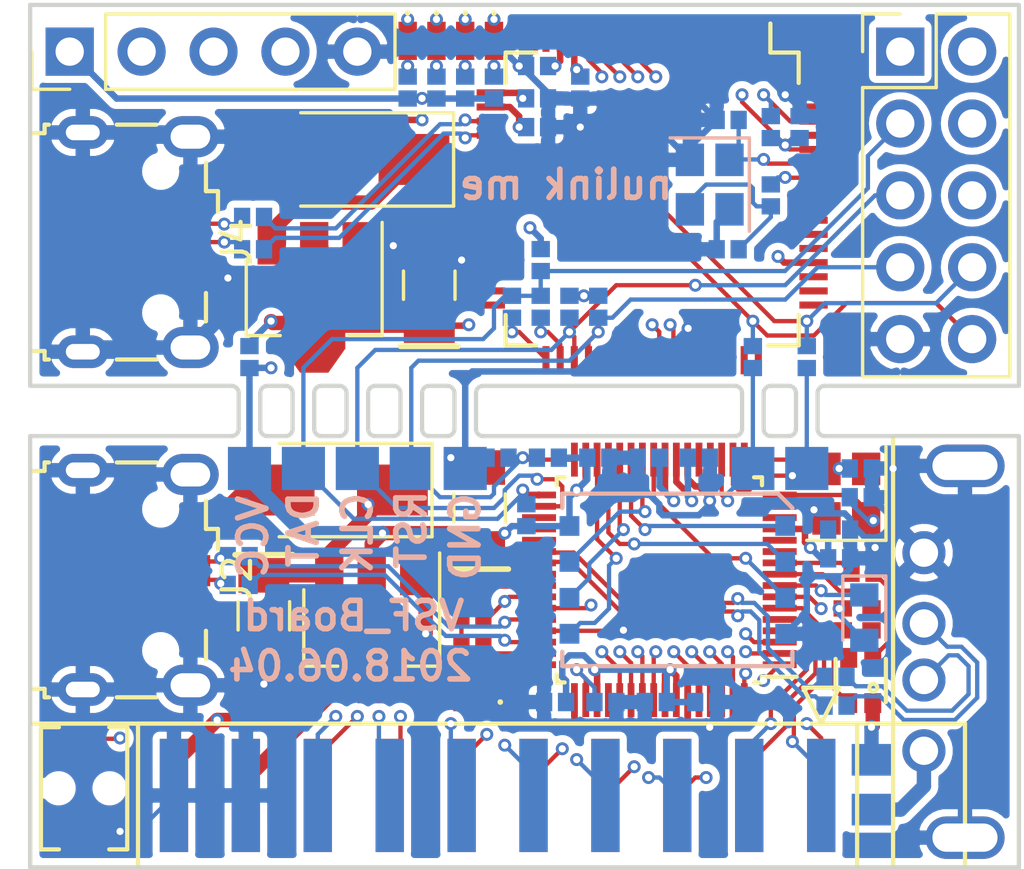
<source format=kicad_pcb>
(kicad_pcb (version 20171130) (host pcbnew "(5.1.4)-1")
  (layers (0 F.Cu signal) (1 In1.Cu signal) (2 In2.Cu signal) (31 B.Cu signal) (34 B.Paste user) (35 F.Paste user) (36 B.SilkS user) (37 F.SilkS user) (38 B.Mask user) (39 F.Mask user) (44 Edge.Cuts user))
  (net 0 "")
  (net 1 /XT_IN)
  (net 2 GND)
  (net 3 /XT_OUT)
  (net 4 /X32_IN)
  (net 5 /X32_OUT)
  (net 6 /SWD_CLK)
  (net 7 /USBD_VBUS)
  (net 8 VCC)
  (net 9 /LDO_CAP1)
  (net 10 /LDO_CAP2)
  (net 11 /USBD_CAP)
  (net 12 /SWD_DAT)
  (net 13 /PB.0)
  (net 14 /PB.1)
  (net 15 /PB.2)
  (net 16 /PB.3)
  (net 17 /PB.4)
  (net 18 /PB.5)
  (net 19 /PB.6)
  (net 20 /PB.7)
  (net 21 /PB.8)
  (net 22 /PB.9)
  (net 23 /PB.10)
  (net 24 /PB.11)
  (net 25 /PB.12)
  (net 26 /PB.13)
  (net 27 /PB.14)
  (net 28 /PB.15)
  (net 29 "Net-(J2-Pad2)")
  (net 30 "Net-(J2-Pad3)")
  (net 31 "Net-(J2-Pad4)")
  (net 32 "Net-(J3-Pad2)")
  (net 33 "Net-(J3-Pad3)")
  (net 34 /USBD_DP)
  (net 35 /USBD_DM)
  (net 36 /USBD_VRES)
  (net 37 /USBH_DP)
  (net 38 /USBH_DM)
  (net 39 "Net-(U0-Pad11)")
  (net 40 "Net-(U0-Pad12)")
  (net 41 "Net-(U0-Pad20)")
  (net 42 "Net-(U0-Pad21)")
  (net 43 /SPIM_D2)
  (net 44 /SPIM_D3)
  (net 45 /SPIM_SS)
  (net 46 /SPIM_CLK)
  (net 47 /SPIM_MISO)
  (net 48 /SPIM_MOSI)
  (net 49 /DBG_TXD)
  (net 50 /DBG_RXD)
  (net 51 "Net-(U0-Pad37)")
  (net 52 "Net-(U0-Pad40)")
  (net 53 "Net-(U0-Pad48)")
  (net 54 "Net-(U0-Pad52)")
  (net 55 /USBD_5V)
  (net 56 "Net-(U0-Pad35)")
  (net 57 "Net-(U0-Pad36)")
  (net 58 "Net-(F0-Pad2)")
  (net 59 /LEDR)
  (net 60 /LEDG)
  (net 61 /LEDB)
  (net 62 "Net-(D1-Pad2)")
  (net 63 "Net-(D1-Pad4)")
  (net 64 "Net-(D1-Pad3)")
  (net 65 "Net-(D2-Pad1)")
  (net 66 "Net-(D3-Pad2)")
  (net 67 /TICERST)
  (net 68 "Net-(C21-Pad1)")
  (net 69 /VCC3)
  (net 70 /VBUS)
  (net 71 "Net-(C24-Pad1)")
  (net 72 /12M_I)
  (net 73 "Net-(C26-Pad2)")
  (net 74 /RST)
  (net 75 /ICELED)
  (net 76 "Net-(D4-Pad2)")
  (net 77 /ISPLED)
  (net 78 "Net-(D5-Pad2)")
  (net 79 /RED)
  (net 80 "Net-(D6-Pad2)")
  (net 81 /GREEN)
  (net 82 "Net-(D7-Pad2)")
  (net 83 "Net-(D8-Pad1)")
  (net 84 "Net-(J4-Pad2)")
  (net 85 "Net-(J4-Pad3)")
  (net 86 "Net-(J4-Pad4)")
  (net 87 /ICE_DAT)
  (net 88 /ICE_CLK)
  (net 89 /12M_O)
  (net 90 "Net-(R13-Pad2)")
  (net 91 "Net-(R14-Pad2)")
  (net 92 /DP)
  (net 93 /DM)
  (net 94 "Net-(U3-Pad1)")
  (net 95 "Net-(U3-Pad2)")
  (net 96 "Net-(U3-Pad3)")
  (net 97 "Net-(U3-Pad4)")
  (net 98 "Net-(U3-Pad5)")
  (net 99 "Net-(U3-Pad6)")
  (net 100 "Net-(U3-Pad7)")
  (net 101 "Net-(U3-Pad8)")
  (net 102 "Net-(U3-Pad9)")
  (net 103 "Net-(U3-Pad23)")
  (net 104 "Net-(U3-Pad24)")
  (net 105 "Net-(U3-Pad25)")
  (net 106 "Net-(U3-Pad26)")
  (net 107 "Net-(U3-Pad27)")
  (net 108 "Net-(U3-Pad28)")
  (net 109 "Net-(U3-Pad30)")
  (net 110 "Net-(U3-Pad31)")
  (net 111 "Net-(U3-Pad32)")
  (net 112 "Net-(U3-Pad37)")
  (net 113 "Net-(U3-Pad38)")
  (net 114 "Net-(U3-Pad39)")
  (net 115 "Net-(U3-Pad40)")
  (net 116 "Net-(U3-Pad44)")
  (net 117 "Net-(U3-Pad45)")
  (net 118 "Net-(U3-Pad46)")
  (net 119 "Net-(U3-Pad47)")
  (net 120 "Net-(U3-Pad48)")
  (net 121 "Net-(U3-Pad49)")
  (net 122 "Net-(U3-Pad50)")
  (net 123 "Net-(U3-Pad51)")
  (net 124 "Net-(U3-Pad53)")
  (net 125 "Net-(U3-Pad54)")
  (net 126 "Net-(U3-Pad55)")
  (net 127 "Net-(U3-Pad56)")
  (net 128 "Net-(U3-Pad57)")
  (net 129 "Net-(U3-Pad64)")
  (net 130 "Net-(J6-Pad2)")
  (net 131 "Net-(J6-Pad4)")
  (net 132 "Net-(J6-Pad6)")
  (net 133 /TICETXD)
  (net 134 /TICERXD)
  (module Connector_PinHeader_2.54mm:PinHeader_2x05_P2.54mm_Vertical (layer F.Cu) (at 203.454 94.361)
    (fp_text reference J6 hide)
    (fp_text value Conn_02x05_Odd_Even hide)
    (pad 1 thru_hole rect (at 0 0) (size 1.7 1.7) (drill 1) (layers *.Cu *.Mask) (net 8 VCC))
    (pad 2 thru_hole oval (at 2.54 0) (size 1.7 1.7) (drill 1) (layers *.Cu *.Mask) (net 130 "Net-(J6-Pad2)"))
    (pad 3 thru_hole oval (at 0 2.54) (size 1.7 1.7) (drill 1) (layers *.Cu *.Mask) (net 12 /SWD_DAT))
    (pad 4 thru_hole oval (at 2.54 2.54) (size 1.7 1.7) (drill 1) (layers *.Cu *.Mask) (net 131 "Net-(J6-Pad4)"))
    (pad 5 thru_hole oval (at 0 5.08) (size 1.7 1.7) (drill 1) (layers *.Cu *.Mask) (net 6 /SWD_CLK))
    (pad 6 thru_hole oval (at 2.54 5.08) (size 1.7 1.7) (drill 1) (layers *.Cu *.Mask) (net 132 "Net-(J6-Pad6)"))
    (pad 7 thru_hole oval (at 0 7.62) (size 1.7 1.7) (drill 1) (layers *.Cu *.Mask) (net 67 /TICERST))
    (pad 8 thru_hole oval (at 2.54 7.62) (size 1.7 1.7) (drill 1) (layers *.Cu *.Mask) (net 133 /TICETXD))
    (pad 9 thru_hole oval (at 0 10.16) (size 1.7 1.7) (drill 1) (layers *.Cu *.Mask) (net 2 GND))
    (pad 10 thru_hole oval (at 2.54 10.16) (size 1.7 1.7) (drill 1) (layers *.Cu *.Mask) (net 134 /TICERXD))
  )
  (module Package_QFP:LQFP-64_7x7mm_P0.4mm (layer F.Cu) (at 194.945 113.03 180)
    (fp_text reference U0 hide)
    (fp_text value M4842U_64 hide)
    (pad 1 smd rect (at -4.25 -3 180) (size 1.2 0.24) (layers F.Cu F.Paste F.Mask) (net 19 /PB.6))
    (pad 2 smd rect (at -4.25 -2.6 180) (size 1.2 0.24) (layers F.Cu F.Paste F.Mask) (net 18 /PB.5))
    (pad 3 smd rect (at -4.25 -2.2 180) (size 1.2 0.24) (layers F.Cu F.Paste F.Mask) (net 17 /PB.4))
    (pad 4 smd rect (at -4.25 -1.8 180) (size 1.2 0.24) (layers F.Cu F.Paste F.Mask) (net 16 /PB.3))
    (pad 5 smd rect (at -4.25 -1.4 180) (size 1.2 0.24) (layers F.Cu F.Paste F.Mask) (net 15 /PB.2))
    (pad 6 smd rect (at -4.25 -1 180) (size 1.2 0.24) (layers F.Cu F.Paste F.Mask) (net 14 /PB.1))
    (pad 7 smd rect (at -4.25 -0.6 180) (size 1.2 0.24) (layers F.Cu F.Paste F.Mask) (net 13 /PB.0))
    (pad 8 smd rect (at -4.25 -0.2 180) (size 1.2 0.24) (layers F.Cu F.Paste F.Mask) (net 59 /LEDR))
    (pad 9 smd rect (at -4.25 0.2 180) (size 1.2 0.24) (layers F.Cu F.Paste F.Mask) (net 60 /LEDG))
    (pad 10 smd rect (at -4.25 0.6 180) (size 1.2 0.24) (layers F.Cu F.Paste F.Mask) (net 61 /LEDB))
    (pad 11 smd rect (at -4.25 1 180) (size 1.2 0.24) (layers F.Cu F.Paste F.Mask) (net 39 "Net-(U0-Pad11)"))
    (pad 12 smd rect (at -4.25 1.4 180) (size 1.2 0.24) (layers F.Cu F.Paste F.Mask) (net 40 "Net-(U0-Pad12)"))
    (pad 13 smd rect (at -4.25 1.8 180) (size 1.2 0.24) (layers F.Cu F.Paste F.Mask) (net 8 VCC))
    (pad 14 smd rect (at -4.25 2.2 180) (size 1.2 0.24) (layers F.Cu F.Paste F.Mask) (net 4 /X32_IN))
    (pad 15 smd rect (at -4.25 2.6 180) (size 1.2 0.24) (layers F.Cu F.Paste F.Mask) (net 5 /X32_OUT))
    (pad 16 smd rect (at -4.25 3 180) (size 1.2 0.24) (layers F.Cu F.Paste F.Mask) (net 1 /XT_IN))
    (pad 17 smd rect (at -3 4.25 270) (size 1.2 0.24) (layers F.Cu F.Paste F.Mask) (net 3 /XT_OUT))
    (pad 18 smd rect (at -2.6 4.25 270) (size 1.2 0.24) (layers F.Cu F.Paste F.Mask) (net 49 /DBG_TXD))
    (pad 19 smd rect (at -2.2 4.25 270) (size 1.2 0.24) (layers F.Cu F.Paste F.Mask) (net 50 /DBG_RXD))
    (pad 20 smd rect (at -1.8 4.25 270) (size 1.2 0.24) (layers F.Cu F.Paste F.Mask) (net 41 "Net-(U0-Pad20)"))
    (pad 21 smd rect (at -1.4 4.25 270) (size 1.2 0.24) (layers F.Cu F.Paste F.Mask) (net 42 "Net-(U0-Pad21)"))
    (pad 22 smd rect (at -1 4.25 270) (size 1.2 0.24) (layers F.Cu F.Paste F.Mask) (net 2 GND))
    (pad 23 smd rect (at -0.6 4.25 270) (size 1.2 0.24) (layers F.Cu F.Paste F.Mask) (net 8 VCC))
    (pad 24 smd rect (at -0.2 4.25 270) (size 1.2 0.24) (layers F.Cu F.Paste F.Mask) (net 9 /LDO_CAP1))
    (pad 25 smd rect (at 0.2 4.25 270) (size 1.2 0.24) (layers F.Cu F.Paste F.Mask) (net 43 /SPIM_D2))
    (pad 26 smd rect (at 0.6 4.25 270) (size 1.2 0.24) (layers F.Cu F.Paste F.Mask) (net 44 /SPIM_D3))
    (pad 27 smd rect (at 1 4.25 270) (size 1.2 0.24) (layers F.Cu F.Paste F.Mask) (net 45 /SPIM_SS))
    (pad 28 smd rect (at 1.4 4.25 270) (size 1.2 0.24) (layers F.Cu F.Paste F.Mask) (net 46 /SPIM_CLK))
    (pad 29 smd rect (at 1.8 4.25 270) (size 1.2 0.24) (layers F.Cu F.Paste F.Mask) (net 47 /SPIM_MISO))
    (pad 30 smd rect (at 2.2 4.25 270) (size 1.2 0.24) (layers F.Cu F.Paste F.Mask) (net 48 /SPIM_MOSI))
    (pad 31 smd rect (at 2.6 4.25 270) (size 1.2 0.24) (layers F.Cu F.Paste F.Mask) (net 8 VCC))
    (pad 32 smd rect (at 3 4.25 270) (size 1.2 0.24) (layers F.Cu F.Paste F.Mask) (net 67 /TICERST))
    (pad 33 smd rect (at 4.25 3 180) (size 1.2 0.24) (layers F.Cu F.Paste F.Mask) (net 12 /SWD_DAT))
    (pad 34 smd rect (at 4.25 2.6 180) (size 1.2 0.24) (layers F.Cu F.Paste F.Mask) (net 6 /SWD_CLK))
    (pad 35 smd rect (at 4.25 2.2 180) (size 1.2 0.24) (layers F.Cu F.Paste F.Mask) (net 56 "Net-(U0-Pad35)"))
    (pad 36 smd rect (at 4.25 1.8 180) (size 1.2 0.24) (layers F.Cu F.Paste F.Mask) (net 57 "Net-(U0-Pad36)"))
    (pad 37 smd rect (at 4.25 1.4 180) (size 1.2 0.24) (layers F.Cu F.Paste F.Mask) (net 51 "Net-(U0-Pad37)"))
    (pad 38 smd rect (at 4.25 1 180) (size 1.2 0.24) (layers F.Cu F.Paste F.Mask) (net 38 /USBH_DM))
    (pad 39 smd rect (at 4.25 0.6 180) (size 1.2 0.24) (layers F.Cu F.Paste F.Mask) (net 37 /USBH_DP))
    (pad 40 smd rect (at 4.25 0.2 180) (size 1.2 0.24) (layers F.Cu F.Paste F.Mask) (net 52 "Net-(U0-Pad40)"))
    (pad 41 smd rect (at 4.25 -0.2 180) (size 1.2 0.24) (layers F.Cu F.Paste F.Mask) (net 36 /USBD_VRES))
    (pad 42 smd rect (at 4.25 -0.6 180) (size 1.2 0.24) (layers F.Cu F.Paste F.Mask) (net 8 VCC))
    (pad 43 smd rect (at 4.25 -1 180) (size 1.2 0.24) (layers F.Cu F.Paste F.Mask) (net 7 /USBD_VBUS))
    (pad 44 smd rect (at 4.25 -1.4 180) (size 1.2 0.24) (layers F.Cu F.Paste F.Mask) (net 35 /USBD_DM))
    (pad 45 smd rect (at 4.25 -1.8 180) (size 1.2 0.24) (layers F.Cu F.Paste F.Mask) (net 2 GND))
    (pad 46 smd rect (at 4.25 -2.2 180) (size 1.2 0.24) (layers F.Cu F.Paste F.Mask) (net 34 /USBD_DP))
    (pad 47 smd rect (at 4.25 -2.6 180) (size 1.2 0.24) (layers F.Cu F.Paste F.Mask) (net 11 /USBD_CAP))
    (pad 48 smd rect (at 4.25 -3 180) (size 1.2 0.24) (layers F.Cu F.Paste F.Mask) (net 53 "Net-(U0-Pad48)"))
    (pad 49 smd rect (at 3 -4.25 270) (size 1.2 0.24) (layers F.Cu F.Paste F.Mask) (net 2 GND))
    (pad 50 smd rect (at 2.6 -4.25 270) (size 1.2 0.24) (layers F.Cu F.Paste F.Mask) (net 10 /LDO_CAP2))
    (pad 51 smd rect (at 2.2 -4.25 270) (size 1.2 0.24) (layers F.Cu F.Paste F.Mask) (net 8 VCC))
    (pad 52 smd rect (at 1.8 -4.25 270) (size 1.2 0.24) (layers F.Cu F.Paste F.Mask) (net 54 "Net-(U0-Pad52)"))
    (pad 53 smd rect (at 1.4 -4.25 270) (size 1.2 0.24) (layers F.Cu F.Paste F.Mask) (net 28 /PB.15))
    (pad 54 smd rect (at 1 -4.25 270) (size 1.2 0.24) (layers F.Cu F.Paste F.Mask) (net 27 /PB.14))
    (pad 55 smd rect (at 0.6 -4.25 270) (size 1.2 0.24) (layers F.Cu F.Paste F.Mask) (net 26 /PB.13))
    (pad 56 smd rect (at 0.2 -4.25 270) (size 1.2 0.24) (layers F.Cu F.Paste F.Mask) (net 25 /PB.12))
    (pad 57 smd rect (at -0.2 -4.25 270) (size 1.2 0.24) (layers F.Cu F.Paste F.Mask) (net 8 VCC))
    (pad 58 smd rect (at -0.6 -4.25 270) (size 1.2 0.24) (layers F.Cu F.Paste F.Mask) (net 8 VCC))
    (pad 59 smd rect (at -1 -4.25 270) (size 1.2 0.24) (layers F.Cu F.Paste F.Mask) (net 2 GND))
    (pad 60 smd rect (at -1.4 -4.25 270) (size 1.2 0.24) (layers F.Cu F.Paste F.Mask) (net 24 /PB.11))
    (pad 61 smd rect (at -1.8 -4.25 270) (size 1.2 0.24) (layers F.Cu F.Paste F.Mask) (net 23 /PB.10))
    (pad 62 smd rect (at -2.2 -4.25 270) (size 1.2 0.24) (layers F.Cu F.Paste F.Mask) (net 22 /PB.9))
    (pad 63 smd rect (at -2.6 -4.25 270) (size 1.2 0.24) (layers F.Cu F.Paste F.Mask) (net 21 /PB.8))
    (pad 64 smd rect (at -3 -4.25 270) (size 1.2 0.24) (layers F.Cu F.Paste F.Mask) (net 20 /PB.7))
  )
  (module simonqian:WSON-8_8x6mm_P1.27mm (layer B.Cu) (at 195.58 113.03 180)
    (fp_text reference U2 hide)
    (fp_text value GD25Q_8P hide)
    (pad 1 smd rect (at -3.81 1.905 180) (size 0.7 0.7) (layers B.Cu B.Paste B.Mask) (net 45 /SPIM_SS))
    (pad 2 smd rect (at -3.81 0.635 180) (size 0.7 0.7) (layers B.Cu B.Paste B.Mask) (net 47 /SPIM_MISO))
    (pad 3 smd rect (at -3.81 -0.635 180) (size 0.7 0.7) (layers B.Cu B.Paste B.Mask) (net 43 /SPIM_D2))
    (pad 4 smd rect (at -3.81 -1.905 180) (size 0.7 0.7) (layers B.Cu B.Paste B.Mask) (net 2 GND))
    (pad 5 smd rect (at 3.81 -1.905 180) (size 0.7 0.7) (layers B.Cu B.Paste B.Mask) (net 48 /SPIM_MOSI))
    (pad 6 smd rect (at 3.81 -0.635 180) (size 0.7 0.7) (layers B.Cu B.Paste B.Mask) (net 46 /SPIM_CLK))
    (pad 7 smd rect (at 3.81 0.635 180) (size 0.7 0.7) (layers B.Cu B.Paste B.Mask) (net 44 /SPIM_D3))
    (pad 8 smd rect (at 3.81 1.905 180) (size 0.7 0.7) (layers B.Cu B.Paste B.Mask) (net 8 VCC))
  )
  (module Capacitor_SMD:C_0402_1005Metric (layer B.Cu) (at 202.057 110.109)
    (fp_text reference C0 hide)
    (fp_text value 20pF hide)
    (pad 1 smd rect (at -0.3875 0) (size 0.575 0.65) (layers B.Cu B.Paste B.Mask) (net 1 /XT_IN))
    (pad 2 smd rect (at 0.3875 0) (size 0.575 0.65) (layers B.Cu B.Paste B.Mask) (net 2 GND))
  )
  (module Capacitor_SMD:C_0402_1005Metric (layer B.Cu) (at 202.057 109.093)
    (fp_text reference C1 hide)
    (fp_text value 20pF hide)
    (pad 1 smd rect (at -0.3875 0) (size 0.575 0.65) (layers B.Cu B.Paste B.Mask) (net 3 /XT_OUT))
    (pad 2 smd rect (at 0.3875 0) (size 0.575 0.65) (layers B.Cu B.Paste B.Mask) (net 2 GND))
  )
  (module Capacitor_SMD:C_0402_1005Metric (layer B.Cu) (at 189.23 108.712 180)
    (fp_text reference C4 hide)
    (fp_text value 1uF hide)
    (pad 1 smd rect (at -0.3875 0 180) (size 0.575 0.65) (layers B.Cu B.Paste B.Mask) (net 67 /TICERST))
    (pad 2 smd rect (at 0.3875 0 180) (size 0.575 0.65) (layers B.Cu B.Paste B.Mask) (net 2 GND))
  )
  (module Capacitor_SMD:C_1206_3216Metric (layer F.Cu) (at 180.975 114.3 270)
    (fp_text reference C5 hide)
    (fp_text value 100uF hide)
    (pad 1 smd rect (at -1.43 0 270) (size 1.22 1.8) (layers F.Cu F.Paste F.Mask) (net 7 /USBD_VBUS))
    (pad 2 smd rect (at 1.43 0 270) (size 1.22 1.8) (layers F.Cu F.Paste F.Mask) (net 2 GND))
  )
  (module Capacitor_SMD:C_1206_3216Metric (layer F.Cu) (at 188.595 110.49 90)
    (fp_text reference C6 hide)
    (fp_text value 100uF hide)
    (pad 1 smd rect (at -1.43 0 90) (size 1.22 1.8) (layers F.Cu F.Paste F.Mask) (net 8 VCC))
    (pad 2 smd rect (at 1.43 0 90) (size 1.22 1.8) (layers F.Cu F.Paste F.Mask) (net 2 GND))
  )
  (module Capacitor_SMD:C_0402_1005Metric (layer F.Cu) (at 188.341 114.3 180)
    (fp_text reference C7 hide)
    (fp_text value 0.1uF hide)
    (pad 1 smd rect (at -0.3875 0 180) (size 0.575 0.65) (layers F.Cu F.Paste F.Mask) (net 8 VCC))
    (pad 2 smd rect (at 0.3875 0 180) (size 0.575 0.65) (layers F.Cu F.Paste F.Mask) (net 2 GND))
  )
  (module Capacitor_SMD:C_0402_1005Metric (layer B.Cu) (at 196.342 108.712)
    (fp_text reference C8 hide)
    (fp_text value 0.1uF hide)
    (pad 1 smd rect (at -0.3875 0) (size 0.575 0.65) (layers B.Cu B.Paste B.Mask) (net 8 VCC))
    (pad 2 smd rect (at 0.3875 0) (size 0.575 0.65) (layers B.Cu B.Paste B.Mask) (net 2 GND))
  )
  (module Capacitor_SMD:C_0402_1005Metric (layer B.Cu) (at 191.262 117.348 180)
    (fp_text reference C9 hide)
    (fp_text value 0.1uF hide)
    (pad 1 smd rect (at -0.3875 0 180) (size 0.575 0.65) (layers B.Cu B.Paste B.Mask) (net 8 VCC))
    (pad 2 smd rect (at 0.3875 0 180) (size 0.575 0.65) (layers B.Cu B.Paste B.Mask) (net 2 GND))
  )
  (module Capacitor_SMD:C_0402_1005Metric (layer B.Cu) (at 194.818 117.348 180)
    (fp_text reference C13 hide)
    (fp_text value 1uF hide)
    (pad 1 smd rect (at -0.3875 0 180) (size 0.575 0.65) (layers B.Cu B.Paste B.Mask) (net 8 VCC))
    (pad 2 smd rect (at 0.3875 0 180) (size 0.575 0.65) (layers B.Cu B.Paste B.Mask) (net 2 GND))
  )
  (module Capacitor_SMD:C_0402_1005Metric (layer B.Cu) (at 196.596 117.348)
    (fp_text reference C14 hide)
    (fp_text value 4.7uF hide)
    (pad 1 smd rect (at -0.3875 0) (size 0.575 0.65) (layers B.Cu B.Paste B.Mask) (net 8 VCC))
    (pad 2 smd rect (at 0.3875 0) (size 0.575 0.65) (layers B.Cu B.Paste B.Mask) (net 2 GND))
  )
  (module Capacitor_SMD:C_0402_1005Metric (layer B.Cu) (at 192.786 108.712)
    (fp_text reference C15 hide)
    (fp_text value 0.1uF hide)
    (pad 1 smd rect (at -0.3875 0) (size 0.575 0.65) (layers B.Cu B.Paste B.Mask) (net 8 VCC))
    (pad 2 smd rect (at 0.3875 0) (size 0.575 0.65) (layers B.Cu B.Paste B.Mask) (net 2 GND))
  )
  (module Capacitor_SMD:C_0402_1005Metric (layer B.Cu) (at 201.295 111.252)
    (fp_text reference C16 hide)
    (fp_text value 0.1uF hide)
    (pad 1 smd rect (at -0.3875 0) (size 0.575 0.65) (layers B.Cu B.Paste B.Mask) (net 8 VCC))
    (pad 2 smd rect (at 0.3875 0) (size 0.575 0.65) (layers B.Cu B.Paste B.Mask) (net 2 GND))
  )
  (module Capacitor_SMD:C_0402_1005Metric (layer B.Cu) (at 201.295 112.268)
    (fp_text reference C17 hide)
    (fp_text value 4.7uF hide)
    (pad 1 smd rect (at -0.3875 0) (size 0.575 0.65) (layers B.Cu B.Paste B.Mask) (net 8 VCC))
    (pad 2 smd rect (at 0.3875 0) (size 0.575 0.65) (layers B.Cu B.Paste B.Mask) (net 2 GND))
  )
  (module Capacitor_SMD:C_0402_1005Metric (layer B.Cu) (at 194.564 108.712 180)
    (fp_text reference C18 hide)
    (fp_text value 2.2uF hide)
    (pad 1 smd rect (at -0.3875 0 180) (size 0.575 0.65) (layers B.Cu B.Paste B.Mask) (net 9 /LDO_CAP1))
    (pad 2 smd rect (at 0.3875 0 180) (size 0.575 0.65) (layers B.Cu B.Paste B.Mask) (net 2 GND))
  )
  (module Capacitor_SMD:C_0402_1005Metric (layer B.Cu) (at 193.04 117.348)
    (fp_text reference C19 hide)
    (fp_text value 2.2uF hide)
    (pad 1 smd rect (at -0.3875 0) (size 0.575 0.65) (layers B.Cu B.Paste B.Mask) (net 10 /LDO_CAP2))
    (pad 2 smd rect (at 0.3875 0) (size 0.575 0.65) (layers B.Cu B.Paste B.Mask) (net 2 GND))
  )
  (module Diode_SMD:D_SMA (layer F.Cu) (at 183.515 109.855 180)
    (fp_text reference D0 hide)
    (fp_text value SS14 hide)
    (pad 1 smd rect (at -2 0 180) (size 2.5 1.8) (layers F.Cu F.Paste F.Mask) (net 7 /USBD_VBUS))
    (pad 2 smd rect (at 2 0 180) (size 2.5 1.8) (layers F.Cu F.Paste F.Mask) (net 55 /USBD_5V))
  )
  (module Resistor_SMD:R_0402_1005Metric (layer B.Cu) (at 190.246 110.744 90)
    (fp_text reference R0 hide)
    (fp_text value 51K hide)
    (pad 1 smd rect (at -0.3875 0 90) (size 0.575 0.65) (layers B.Cu B.Paste B.Mask) (net 8 VCC))
    (pad 2 smd rect (at 0.3875 0 90) (size 0.575 0.65) (layers B.Cu B.Paste B.Mask) (net 12 /SWD_DAT))
  )
  (module Resistor_SMD:R_0402_1005Metric (layer B.Cu) (at 191.008 108.712 180)
    (fp_text reference R1 hide)
    (fp_text value 10K hide)
    (pad 1 smd rect (at -0.3875 0 180) (size 0.575 0.65) (layers B.Cu B.Paste B.Mask) (net 8 VCC))
    (pad 2 smd rect (at 0.3875 0 180) (size 0.575 0.65) (layers B.Cu B.Paste B.Mask) (net 67 /TICERST))
  )
  (module Resistor_SMD:R_0402_1005Metric (layer B.Cu) (at 180.086 113.2078 180)
    (fp_text reference R2 hide)
    (fp_text value 0 hide)
    (pad 1 smd rect (at -0.3875 0 180) (size 0.575 0.65) (layers B.Cu B.Paste B.Mask) (net 34 /USBD_DP))
    (pad 2 smd rect (at 0.3875 0 180) (size 0.575 0.65) (layers B.Cu B.Paste B.Mask) (net 30 "Net-(J2-Pad3)"))
  )
  (module Resistor_SMD:R_0402_1005Metric (layer B.Cu) (at 180.086 112.1918 180)
    (fp_text reference R3 hide)
    (fp_text value 0 hide)
    (pad 1 smd rect (at -0.3875 0 180) (size 0.575 0.65) (layers B.Cu B.Paste B.Mask) (net 35 /USBD_DM))
    (pad 2 smd rect (at 0.3875 0 180) (size 0.575 0.65) (layers B.Cu B.Paste B.Mask) (net 29 "Net-(J2-Pad2)"))
  )
  (module Resistor_SMD:R_0402_1005Metric (layer F.Cu) (at 188.341 113.284 180)
    (fp_text reference R4 hide)
    (fp_text value "200R %1" hide)
    (pad 1 smd rect (at -0.3875 0 180) (size 0.575 0.65) (layers F.Cu F.Paste F.Mask) (net 36 /USBD_VRES))
    (pad 2 smd rect (at 0.3875 0 180) (size 0.575 0.65) (layers F.Cu F.Paste F.Mask) (net 2 GND))
  )
  (module Resistor_SMD:R_0402_1005Metric (layer B.Cu) (at 201.168 117.475)
    (fp_text reference R5 hide)
    (fp_text value 33R hide)
    (pad 1 smd rect (at -0.3875 0) (size 0.575 0.65) (layers B.Cu B.Paste B.Mask) (net 37 /USBH_DP))
    (pad 2 smd rect (at 0.3875 0) (size 0.575 0.65) (layers B.Cu B.Paste B.Mask) (net 33 "Net-(J3-Pad3)"))
  )
  (module Resistor_SMD:R_0402_1005Metric (layer B.Cu) (at 201.168 116.459)
    (fp_text reference R6 hide)
    (fp_text value 33R hide)
    (pad 1 smd rect (at -0.3875 0) (size 0.575 0.65) (layers B.Cu B.Paste B.Mask) (net 38 /USBH_DM))
    (pad 2 smd rect (at 0.3875 0) (size 0.575 0.65) (layers B.Cu B.Paste B.Mask) (net 32 "Net-(J3-Pad2)"))
  )
  (module Capacitor_SMD:C_0402_1005Metric (layer F.Cu) (at 188.341 115.316 180)
    (fp_text reference C20 hide)
    (fp_text value 1uF hide)
    (pad 1 smd rect (at -0.3875 0 180) (size 0.575 0.65) (layers F.Cu F.Paste F.Mask) (net 11 /USBD_CAP))
    (pad 2 smd rect (at 0.3875 0 180) (size 0.575 0.65) (layers F.Cu F.Paste F.Mask) (net 2 GND))
  )
  (module Fuse:Fuse_0805_2012Metric (layer B.Cu) (at 202.438 120.269 270)
    (fp_text reference F0 hide)
    (fp_text value Fuse hide)
    (pad 1 smd rect (at -0.88 0 270) (size 1.12 1.4) (layers B.Cu B.Paste B.Mask) (net 7 /USBD_VBUS))
    (pad 2 smd rect (at 0.88 0 270) (size 1.12 1.4) (layers B.Cu B.Paste B.Mask) (net 58 "Net-(F0-Pad2)"))
  )
  (module Resistor_SMD:R_0402_1005Metric (layer F.Cu) (at 201.422 114.427 90)
    (fp_text reference R7 hide)
    (fp_text value 1K hide)
    (pad 1 smd rect (at -0.3875 0 90) (size 0.575 0.65) (layers F.Cu F.Paste F.Mask) (net 62 "Net-(D1-Pad2)"))
    (pad 2 smd rect (at 0.3875 0 90) (size 0.575 0.65) (layers F.Cu F.Paste F.Mask) (net 66 "Net-(D3-Pad2)"))
  )
  (module Resistor_SMD:R_0402_1005Metric (layer F.Cu) (at 202.438 114.427 90)
    (fp_text reference R8 hide)
    (fp_text value 1K hide)
    (pad 1 smd rect (at -0.3875 0 90) (size 0.575 0.65) (layers F.Cu F.Paste F.Mask) (net 64 "Net-(D1-Pad3)"))
    (pad 2 smd rect (at 0.3875 0 90) (size 0.575 0.65) (layers F.Cu F.Paste F.Mask) (net 60 /LEDG))
  )
  (module Resistor_SMD:R_0402_1005Metric (layer F.Cu) (at 202.1205 112.776 180)
    (fp_text reference R9 hide)
    (fp_text value 1K hide)
    (pad 1 smd rect (at -0.3875 0 180) (size 0.575 0.65) (layers F.Cu F.Paste F.Mask) (net 63 "Net-(D1-Pad4)"))
    (pad 2 smd rect (at 0.3875 0 180) (size 0.575 0.65) (layers F.Cu F.Paste F.Mask) (net 61 /LEDB))
  )
  (module LED_SMD:LED_0402_1005Metric (layer F.Cu) (at 188.341 117.348 180)
    (fp_text reference D2 hide)
    (fp_text value LED hide)
    (pad 1 smd rect (at -0.3875 0 180) (size 0.575 0.65) (layers F.Cu F.Paste F.Mask) (net 65 "Net-(D2-Pad1)"))
    (pad 2 smd rect (at 0.3875 0 180) (size 0.575 0.65) (layers F.Cu F.Paste F.Mask) (net 8 VCC))
  )
  (module Resistor_SMD:R_0402_1005Metric (layer F.Cu) (at 188.341 116.332)
    (fp_text reference R10 hide)
    (fp_text value 1K hide)
    (pad 1 smd rect (at -0.3875 0) (size 0.575 0.65) (layers F.Cu F.Paste F.Mask) (net 2 GND))
    (pad 2 smd rect (at 0.3875 0) (size 0.575 0.65) (layers F.Cu F.Paste F.Mask) (net 65 "Net-(D2-Pad1)"))
  )
  (module Diode_SMD:D_0603_1608Metric (layer B.Cu) (at 202.184 114.3635 270)
    (fp_text reference D3 hide)
    (fp_text value 1SS400G hide)
    (pad 1 smd rect (at -0.8 0 270) (size 0.82 1) (layers B.Cu B.Paste B.Mask) (net 59 /LEDR))
    (pad 2 smd rect (at 0.8 0 270) (size 0.82 1) (layers B.Cu B.Paste B.Mask) (net 66 "Net-(D3-Pad2)"))
  )
  (module Capacitor_SMD:C_0402_1005Metric (layer B.Cu) (at 192.151 95.631 270)
    (fp_text reference C21 hide)
    (fp_text value 1uF hide)
    (pad 1 smd rect (at -0.3875 0 270) (size 0.575 0.65) (layers B.Cu B.Paste B.Mask) (net 68 "Net-(C21-Pad1)"))
    (pad 2 smd rect (at 0.3875 0 270) (size 0.575 0.65) (layers B.Cu B.Paste B.Mask) (net 2 GND))
  )
  (module Capacitor_SMD:C_0402_1005Metric (layer B.Cu) (at 190.627 94.869)
    (fp_text reference C22 hide)
    (fp_text value 0.1uF hide)
    (pad 1 smd rect (at -0.3875 0) (size 0.575 0.65) (layers B.Cu B.Paste B.Mask) (net 2 GND))
    (pad 2 smd rect (at 0.3875 0) (size 0.575 0.65) (layers B.Cu B.Paste B.Mask) (net 69 /VCC3))
  )
  (module Capacitor_SMD:C_0402_1005Metric (layer B.Cu) (at 190.627 96.012 180)
    (fp_text reference C23 hide)
    (fp_text value 1uF hide)
    (pad 1 smd rect (at -0.3875 0 180) (size 0.575 0.65) (layers B.Cu B.Paste B.Mask) (net 2 GND))
    (pad 2 smd rect (at 0.3875 0 180) (size 0.575 0.65) (layers B.Cu B.Paste B.Mask) (net 70 /VBUS))
  )
  (module Capacitor_SMD:C_0402_1005Metric (layer B.Cu) (at 190.627 97.028)
    (fp_text reference C24 hide)
    (fp_text value 0.1uF hide)
    (pad 1 smd rect (at -0.3875 0) (size 0.575 0.65) (layers B.Cu B.Paste B.Mask) (net 71 "Net-(C24-Pad1)"))
    (pad 2 smd rect (at 0.3875 0) (size 0.575 0.65) (layers B.Cu B.Paste B.Mask) (net 2 GND))
  )
  (module Capacitor_SMD:C_0402_1005Metric (layer B.Cu) (at 197.358 96.774 180)
    (fp_text reference C25 hide)
    (fp_text value 20pF hide)
    (pad 1 smd rect (at -0.3875 0 180) (size 0.575 0.65) (layers B.Cu B.Paste B.Mask) (net 72 /12M_I))
    (pad 2 smd rect (at 0.3875 0 180) (size 0.575 0.65) (layers B.Cu B.Paste B.Mask) (net 2 GND))
  )
  (module Capacitor_SMD:C_0402_1005Metric (layer B.Cu) (at 197.358 101.346)
    (fp_text reference C26 hide)
    (fp_text value 20pF hide)
    (pad 1 smd rect (at -0.3875 0) (size 0.575 0.65) (layers B.Cu B.Paste B.Mask) (net 2 GND))
    (pad 2 smd rect (at 0.3875 0) (size 0.575 0.65) (layers B.Cu B.Paste B.Mask) (net 73 "Net-(C26-Pad2)"))
  )
  (module Capacitor_SMD:C_0402_1005Metric (layer B.Cu) (at 199.898 97.028 90)
    (fp_text reference C27 hide)
    (fp_text value 10uF hide)
    (pad 1 smd rect (at -0.3875 0 90) (size 0.575 0.65) (layers B.Cu B.Paste B.Mask) (net 74 /RST))
    (pad 2 smd rect (at 0.3875 0 90) (size 0.575 0.65) (layers B.Cu B.Paste B.Mask) (net 2 GND))
  )
  (module Capacitor_SMD:C_1206_3216Metric (layer F.Cu) (at 186.817 102.616 90)
    (fp_text reference C28 hide)
    (fp_text value 10uF hide)
    (pad 1 smd rect (at -1.43 0 90) (size 1.22 1.8) (layers F.Cu F.Paste F.Mask) (net 69 /VCC3))
    (pad 2 smd rect (at 1.43 0 90) (size 1.22 1.8) (layers F.Cu F.Paste F.Mask) (net 2 GND))
  )
  (module LED_SMD:LED_0402_1005Metric (layer F.Cu) (at 189.103 93.98 270)
    (fp_text reference D4 hide)
    (fp_text value RED hide)
    (pad 1 smd rect (at -0.3875 0 270) (size 0.575 0.65) (layers F.Cu F.Paste F.Mask) (net 75 /ICELED))
    (pad 2 smd rect (at 0.3875 0 270) (size 0.575 0.65) (layers F.Cu F.Paste F.Mask) (net 76 "Net-(D4-Pad2)"))
  )
  (module LED_SMD:LED_0402_1005Metric (layer F.Cu) (at 188.087 93.98 270)
    (fp_text reference D5 hide)
    (fp_text value GREEN hide)
    (pad 1 smd rect (at -0.3875 0 270) (size 0.575 0.65) (layers F.Cu F.Paste F.Mask) (net 77 /ISPLED))
    (pad 2 smd rect (at 0.3875 0 270) (size 0.575 0.65) (layers F.Cu F.Paste F.Mask) (net 78 "Net-(D5-Pad2)"))
  )
  (module LED_SMD:LED_0402_1005Metric (layer F.Cu) (at 187.071 93.98 270)
    (fp_text reference D6 hide)
    (fp_text value RED hide)
    (pad 1 smd rect (at -0.3875 0 270) (size 0.575 0.65) (layers F.Cu F.Paste F.Mask) (net 79 /RED))
    (pad 2 smd rect (at 0.3875 0 270) (size 0.575 0.65) (layers F.Cu F.Paste F.Mask) (net 80 "Net-(D6-Pad2)"))
  )
  (module LED_SMD:LED_0402_1005Metric (layer F.Cu) (at 186.055 93.98 270)
    (fp_text reference D7 hide)
    (fp_text value GREEN hide)
    (pad 1 smd rect (at -0.3875 0 270) (size 0.575 0.65) (layers F.Cu F.Paste F.Mask) (net 81 /GREEN))
    (pad 2 smd rect (at 0.3875 0 270) (size 0.575 0.65) (layers F.Cu F.Paste F.Mask) (net 82 "Net-(D7-Pad2)"))
  )
  (module Diode_SMD:D_SMA (layer F.Cu) (at 184.277 98.171 180)
    (fp_text reference D8 hide)
    (fp_text value SS14 hide)
    (pad 1 smd rect (at -2 0 180) (size 2.5 1.8) (layers F.Cu F.Paste F.Mask) (net 83 "Net-(D8-Pad1)"))
    (pad 2 smd rect (at 2 0 180) (size 2.5 1.8) (layers F.Cu F.Paste F.Mask) (net 70 /VBUS))
  )
  (module Resistor_SMD:R_0402_1005Metric (layer B.Cu) (at 198.882 97.028 270)
    (fp_text reference R11 hide)
    (fp_text value 10K hide)
    (pad 1 smd rect (at -0.3875 0 270) (size 0.575 0.65) (layers B.Cu B.Paste B.Mask) (net 69 /VCC3))
    (pad 2 smd rect (at 0.3875 0 270) (size 0.575 0.65) (layers B.Cu B.Paste B.Mask) (net 74 /RST))
  )
  (module Resistor_SMD:R_0402_1005Metric (layer B.Cu) (at 198.882 99.441 270)
    (fp_text reference R12 hide)
    (fp_text value 33 hide)
    (pad 1 smd rect (at -0.3875 0 270) (size 0.575 0.65) (layers B.Cu B.Paste B.Mask) (net 89 /12M_O))
    (pad 2 smd rect (at 0.3875 0 270) (size 0.575 0.65) (layers B.Cu B.Paste B.Mask) (net 73 "Net-(C26-Pad2)"))
  )
  (module Resistor_SMD:R_0402_1005Metric (layer B.Cu) (at 190.754 103.378 270)
    (fp_text reference R13 hide)
    (fp_text value 0 hide)
    (pad 1 smd rect (at -0.3875 0 270) (size 0.575 0.65) (layers B.Cu B.Paste B.Mask) (net 12 /SWD_DAT))
    (pad 2 smd rect (at 0.3875 0 270) (size 0.575 0.65) (layers B.Cu B.Paste B.Mask) (net 90 "Net-(R13-Pad2)"))
  )
  (module Resistor_SMD:R_0402_1005Metric (layer B.Cu) (at 189.738 103.378 270)
    (fp_text reference R14 hide)
    (fp_text value 33 hide)
    (pad 1 smd rect (at -0.3875 0 270) (size 0.575 0.65) (layers B.Cu B.Paste B.Mask) (net 12 /SWD_DAT))
    (pad 2 smd rect (at 0.3875 0 270) (size 0.575 0.65) (layers B.Cu B.Paste B.Mask) (net 91 "Net-(R14-Pad2)"))
  )
  (module Resistor_SMD:R_0402_1005Metric (layer B.Cu) (at 180.594 101.346 180)
    (fp_text reference R15 hide)
    (fp_text value 33 hide)
    (pad 1 smd rect (at -0.3875 0 180) (size 0.575 0.65) (layers B.Cu B.Paste B.Mask) (net 92 /DP))
    (pad 2 smd rect (at 0.3875 0 180) (size 0.575 0.65) (layers B.Cu B.Paste B.Mask) (net 85 "Net-(J4-Pad3)"))
  )
  (module Resistor_SMD:R_0402_1005Metric (layer B.Cu) (at 180.594 100.203 180)
    (fp_text reference R16 hide)
    (fp_text value 33 hide)
    (pad 1 smd rect (at -0.3875 0 180) (size 0.575 0.65) (layers B.Cu B.Paste B.Mask) (net 93 /DM))
    (pad 2 smd rect (at 0.3875 0 180) (size 0.575 0.65) (layers B.Cu B.Paste B.Mask) (net 84 "Net-(J4-Pad2)"))
  )
  (module Resistor_SMD:R_0402_1005Metric (layer B.Cu) (at 189.103 95.631 270)
    (fp_text reference R17 hide)
    (fp_text value 300 hide)
    (pad 1 smd rect (at -0.3875 0 270) (size 0.575 0.65) (layers B.Cu B.Paste B.Mask) (net 76 "Net-(D4-Pad2)"))
    (pad 2 smd rect (at 0.3875 0 270) (size 0.575 0.65) (layers B.Cu B.Paste B.Mask) (net 69 /VCC3))
  )
  (module Resistor_SMD:R_0402_1005Metric (layer B.Cu) (at 188.087 95.631 270)
    (fp_text reference R18 hide)
    (fp_text value 300 hide)
    (pad 1 smd rect (at -0.3875 0 270) (size 0.575 0.65) (layers B.Cu B.Paste B.Mask) (net 78 "Net-(D5-Pad2)"))
    (pad 2 smd rect (at 0.3875 0 270) (size 0.575 0.65) (layers B.Cu B.Paste B.Mask) (net 69 /VCC3))
  )
  (module Resistor_SMD:R_0402_1005Metric (layer B.Cu) (at 187.071 95.631 270)
    (fp_text reference R19 hide)
    (fp_text value 300 hide)
    (pad 1 smd rect (at -0.3875 0 270) (size 0.575 0.65) (layers B.Cu B.Paste B.Mask) (net 80 "Net-(D6-Pad2)"))
    (pad 2 smd rect (at 0.3875 0 270) (size 0.575 0.65) (layers B.Cu B.Paste B.Mask) (net 69 /VCC3))
  )
  (module Resistor_SMD:R_0402_1005Metric (layer B.Cu) (at 186.055 95.631 270)
    (fp_text reference R20 hide)
    (fp_text value 300 hide)
    (pad 1 smd rect (at -0.3875 0 270) (size 0.575 0.65) (layers B.Cu B.Paste B.Mask) (net 82 "Net-(D7-Pad2)"))
    (pad 2 smd rect (at 0.3875 0 270) (size 0.575 0.65) (layers B.Cu B.Paste B.Mask) (net 69 /VCC3))
  )
  (module Resistor_SMD:R_0402_1005Metric (layer B.Cu) (at 192.786 103.378 90)
    (fp_text reference R21 hide)
    (fp_text value 100K hide)
    (pad 1 smd rect (at -0.3875 0 90) (size 0.575 0.65) (layers B.Cu B.Paste B.Mask) (net 67 /TICERST))
    (pad 2 smd rect (at 0.3875 0 90) (size 0.575 0.65) (layers B.Cu B.Paste B.Mask) (net 69 /VCC3))
  )
  (module Resistor_SMD:R_0402_1005Metric (layer B.Cu) (at 191.77 103.378 90)
    (fp_text reference R22 hide)
    (fp_text value 100K hide)
    (pad 1 smd rect (at -0.3875 0 90) (size 0.575 0.65) (layers B.Cu B.Paste B.Mask) (net 6 /SWD_CLK))
    (pad 2 smd rect (at 0.3875 0 90) (size 0.575 0.65) (layers B.Cu B.Paste B.Mask) (net 69 /VCC3))
  )
  (module Resistor_SMD:R_0402_1005Metric (layer B.Cu) (at 190.754 101.727 90)
    (fp_text reference R23 hide)
    (fp_text value 100K hide)
    (pad 1 smd rect (at -0.3875 0 90) (size 0.575 0.65) (layers B.Cu B.Paste B.Mask) (net 12 /SWD_DAT))
    (pad 2 smd rect (at 0.3875 0 90) (size 0.575 0.65) (layers B.Cu B.Paste B.Mask) (net 69 /VCC3))
  )
  (module Package_QFP:LQFP-64_10x10mm_P0.5mm (layer F.Cu) (at 194.691 99.568 270)
    (fp_text reference U3 hide)
    (fp_text value NUC120_64 hide)
    (pad 1 smd rect (at -5.7 -3.75 270) (size 1 0.25) (layers F.Cu F.Paste F.Mask) (net 94 "Net-(U3-Pad1)"))
    (pad 2 smd rect (at -5.7 -3.25 270) (size 1 0.25) (layers F.Cu F.Paste F.Mask) (net 95 "Net-(U3-Pad2)"))
    (pad 3 smd rect (at -5.7 -2.75 270) (size 1 0.25) (layers F.Cu F.Paste F.Mask) (net 96 "Net-(U3-Pad3)"))
    (pad 4 smd rect (at -5.7 -2.25 270) (size 1 0.25) (layers F.Cu F.Paste F.Mask) (net 97 "Net-(U3-Pad4)"))
    (pad 5 smd rect (at -5.7 -1.75 270) (size 1 0.25) (layers F.Cu F.Paste F.Mask) (net 98 "Net-(U3-Pad5)"))
    (pad 6 smd rect (at -5.7 -1.25 270) (size 1 0.25) (layers F.Cu F.Paste F.Mask) (net 99 "Net-(U3-Pad6)"))
    (pad 7 smd rect (at -5.7 -0.75 270) (size 1 0.25) (layers F.Cu F.Paste F.Mask) (net 100 "Net-(U3-Pad7)"))
    (pad 8 smd rect (at -5.7 -0.25 270) (size 1 0.25) (layers F.Cu F.Paste F.Mask) (net 101 "Net-(U3-Pad8)"))
    (pad 9 smd rect (at -5.7 0.25 270) (size 1 0.25) (layers F.Cu F.Paste F.Mask) (net 102 "Net-(U3-Pad9)"))
    (pad 10 smd rect (at -5.7 0.75 270) (size 1 0.25) (layers F.Cu F.Paste F.Mask) (net 75 /ICELED))
    (pad 11 smd rect (at -5.7 1.25 270) (size 1 0.25) (layers F.Cu F.Paste F.Mask) (net 77 /ISPLED))
    (pad 12 smd rect (at -5.7 1.75 270) (size 1 0.25) (layers F.Cu F.Paste F.Mask) (net 79 /RED))
    (pad 13 smd rect (at -5.7 2.25 270) (size 1 0.25) (layers F.Cu F.Paste F.Mask) (net 81 /GREEN))
    (pad 14 smd rect (at -5.7 2.75 270) (size 1 0.25) (layers F.Cu F.Paste F.Mask) (net 68 "Net-(C21-Pad1)"))
    (pad 15 smd rect (at -5.7 3.25 270) (size 1 0.25) (layers F.Cu F.Paste F.Mask) (net 69 /VCC3))
    (pad 16 smd rect (at -5.7 3.75 270) (size 1 0.25) (layers F.Cu F.Paste F.Mask) (net 2 GND))
    (pad 17 smd rect (at -3.75 5.7) (size 1 0.25) (layers F.Cu F.Paste F.Mask) (net 70 /VBUS))
    (pad 18 smd rect (at -3.25 5.7) (size 1 0.25) (layers F.Cu F.Paste F.Mask) (net 71 "Net-(C24-Pad1)"))
    (pad 19 smd rect (at -2.75 5.7) (size 1 0.25) (layers F.Cu F.Paste F.Mask) (net 93 /DM))
    (pad 20 smd rect (at -2.25 5.7) (size 1 0.25) (layers F.Cu F.Paste F.Mask) (net 92 /DP))
    (pad 21 smd rect (at -1.75 5.7) (size 1 0.25) (layers F.Cu F.Paste F.Mask) (net 133 /TICETXD))
    (pad 22 smd rect (at -1.25 5.7) (size 1 0.25) (layers F.Cu F.Paste F.Mask) (net 134 /TICERXD))
    (pad 23 smd rect (at -0.75 5.7) (size 1 0.25) (layers F.Cu F.Paste F.Mask) (net 103 "Net-(U3-Pad23)"))
    (pad 24 smd rect (at -0.25 5.7) (size 1 0.25) (layers F.Cu F.Paste F.Mask) (net 104 "Net-(U3-Pad24)"))
    (pad 25 smd rect (at 0.25 5.7) (size 1 0.25) (layers F.Cu F.Paste F.Mask) (net 105 "Net-(U3-Pad25)"))
    (pad 26 smd rect (at 0.75 5.7) (size 1 0.25) (layers F.Cu F.Paste F.Mask) (net 106 "Net-(U3-Pad26)"))
    (pad 27 smd rect (at 1.25 5.7) (size 1 0.25) (layers F.Cu F.Paste F.Mask) (net 107 "Net-(U3-Pad27)"))
    (pad 28 smd rect (at 1.75 5.7) (size 1 0.25) (layers F.Cu F.Paste F.Mask) (net 108 "Net-(U3-Pad28)"))
    (pad 29 smd rect (at 2.25 5.7) (size 1 0.25) (layers F.Cu F.Paste F.Mask) (net 2 GND))
    (pad 30 smd rect (at 2.75 5.7) (size 1 0.25) (layers F.Cu F.Paste F.Mask) (net 109 "Net-(U3-Pad30)"))
    (pad 31 smd rect (at 3.25 5.7) (size 1 0.25) (layers F.Cu F.Paste F.Mask) (net 110 "Net-(U3-Pad31)"))
    (pad 32 smd rect (at 3.75 5.7) (size 1 0.25) (layers F.Cu F.Paste F.Mask) (net 111 "Net-(U3-Pad32)"))
    (pad 33 smd rect (at 5.7 3.75 270) (size 1 0.25) (layers F.Cu F.Paste F.Mask) (net 91 "Net-(R14-Pad2)"))
    (pad 34 smd rect (at 5.7 3.25 270) (size 1 0.25) (layers F.Cu F.Paste F.Mask) (net 90 "Net-(R13-Pad2)"))
    (pad 35 smd rect (at 5.7 2.75 270) (size 1 0.25) (layers F.Cu F.Paste F.Mask) (net 6 /SWD_CLK))
    (pad 36 smd rect (at 5.7 2.25 270) (size 1 0.25) (layers F.Cu F.Paste F.Mask) (net 67 /TICERST))
    (pad 37 smd rect (at 5.7 1.75 270) (size 1 0.25) (layers F.Cu F.Paste F.Mask) (net 112 "Net-(U3-Pad37)"))
    (pad 38 smd rect (at 5.7 1.25 270) (size 1 0.25) (layers F.Cu F.Paste F.Mask) (net 113 "Net-(U3-Pad38)"))
    (pad 39 smd rect (at 5.7 0.75 270) (size 1 0.25) (layers F.Cu F.Paste F.Mask) (net 114 "Net-(U3-Pad39)"))
    (pad 40 smd rect (at 5.7 0.25 270) (size 1 0.25) (layers F.Cu F.Paste F.Mask) (net 115 "Net-(U3-Pad40)"))
    (pad 41 smd rect (at 5.7 -0.25 270) (size 1 0.25) (layers F.Cu F.Paste F.Mask) (net 87 /ICE_DAT))
    (pad 42 smd rect (at 5.7 -0.75 270) (size 1 0.25) (layers F.Cu F.Paste F.Mask) (net 88 /ICE_CLK))
    (pad 43 smd rect (at 5.7 -1.25 270) (size 1 0.25) (layers F.Cu F.Paste F.Mask) (net 2 GND))
    (pad 44 smd rect (at 5.7 -1.75 270) (size 1 0.25) (layers F.Cu F.Paste F.Mask) (net 116 "Net-(U3-Pad44)"))
    (pad 45 smd rect (at 5.7 -2.25 270) (size 1 0.25) (layers F.Cu F.Paste F.Mask) (net 117 "Net-(U3-Pad45)"))
    (pad 46 smd rect (at 5.7 -2.75 270) (size 1 0.25) (layers F.Cu F.Paste F.Mask) (net 118 "Net-(U3-Pad46)"))
    (pad 47 smd rect (at 5.7 -3.25 270) (size 1 0.25) (layers F.Cu F.Paste F.Mask) (net 119 "Net-(U3-Pad47)"))
    (pad 48 smd rect (at 5.7 -3.75 270) (size 1 0.25) (layers F.Cu F.Paste F.Mask) (net 120 "Net-(U3-Pad48)"))
    (pad 49 smd rect (at 3.75 -5.7) (size 1 0.25) (layers F.Cu F.Paste F.Mask) (net 121 "Net-(U3-Pad49)"))
    (pad 50 smd rect (at 3.25 -5.7) (size 1 0.25) (layers F.Cu F.Paste F.Mask) (net 122 "Net-(U3-Pad50)"))
    (pad 51 smd rect (at 2.75 -5.7) (size 1 0.25) (layers F.Cu F.Paste F.Mask) (net 123 "Net-(U3-Pad51)"))
    (pad 52 smd rect (at 2.25 -5.7) (size 1 0.25) (layers F.Cu F.Paste F.Mask) (net 69 /VCC3))
    (pad 53 smd rect (at 1.75 -5.7) (size 1 0.25) (layers F.Cu F.Paste F.Mask) (net 124 "Net-(U3-Pad53)"))
    (pad 54 smd rect (at 1.25 -5.7) (size 1 0.25) (layers F.Cu F.Paste F.Mask) (net 125 "Net-(U3-Pad54)"))
    (pad 55 smd rect (at 0.75 -5.7) (size 1 0.25) (layers F.Cu F.Paste F.Mask) (net 126 "Net-(U3-Pad55)"))
    (pad 56 smd rect (at 0.25 -5.7) (size 1 0.25) (layers F.Cu F.Paste F.Mask) (net 127 "Net-(U3-Pad56)"))
    (pad 57 smd rect (at -0.25 -5.7) (size 1 0.25) (layers F.Cu F.Paste F.Mask) (net 128 "Net-(U3-Pad57)"))
    (pad 58 smd rect (at -0.75 -5.7) (size 1 0.25) (layers F.Cu F.Paste F.Mask) (net 89 /12M_O))
    (pad 59 smd rect (at -1.25 -5.7) (size 1 0.25) (layers F.Cu F.Paste F.Mask) (net 72 /12M_I))
    (pad 60 smd rect (at -1.75 -5.7) (size 1 0.25) (layers F.Cu F.Paste F.Mask) (net 74 /RST))
    (pad 61 smd rect (at -2.25 -5.7) (size 1 0.25) (layers F.Cu F.Paste F.Mask) (net 2 GND))
    (pad 62 smd rect (at -2.75 -5.7) (size 1 0.25) (layers F.Cu F.Paste F.Mask) (net 69 /VCC3))
    (pad 63 smd rect (at -3.25 -5.7) (size 1 0.25) (layers F.Cu F.Paste F.Mask) (net 2 GND))
    (pad 64 smd rect (at -3.75 -5.7) (size 1 0.25) (layers F.Cu F.Paste F.Mask) (net 129 "Net-(U3-Pad64)"))
  )
  (module Resistor_SMD:R_0402_1005Metric (layer B.Cu) (at 180.467 105.156 90)
    (fp_text reference R24 hide)
    (fp_text value NC hide)
    (pad 1 smd rect (at -0.3875 0 90) (size 0.575 0.65) (layers B.Cu B.Paste B.Mask) (net 8 VCC))
    (pad 2 smd rect (at 0.3875 0 90) (size 0.575 0.65) (layers B.Cu B.Paste B.Mask) (net 69 /VCC3))
  )
  (module Crystal:Crystal_SMD_2520-4Pin_2.5x2.0mm (layer F.Cu) (at 201.549 109.982 90)
    (fp_text reference Y0 hide)
    (fp_text value Crystal_GND24 hide)
    (pad 1 smd rect (at -0.875 0.7 90) (size 1.15 1) (layers F.Cu F.Paste F.Mask) (net 1 /XT_IN))
    (pad 2 smd rect (at 0.875 0.7 90) (size 1.15 1) (layers F.Cu F.Paste F.Mask) (net 2 GND))
    (pad 3 smd rect (at 0.875 -0.7 90) (size 1.15 1) (layers F.Cu F.Paste F.Mask) (net 3 /XT_OUT))
    (pad 4 smd rect (at -0.875 -0.7 90) (size 1.15 1) (layers F.Cu F.Paste F.Mask) (net 2 GND))
  )
  (module Crystal:Crystal_SMD_2520-4Pin_2.5x2.0mm (layer B.Cu) (at 196.723 99.06 270)
    (fp_text reference Y2 hide)
    (fp_text value Crystal_GND24 hide)
    (pad 1 smd rect (at -0.875 -0.7 270) (size 1.15 1) (layers B.Cu B.Paste B.Mask) (net 72 /12M_I))
    (pad 2 smd rect (at 0.875 -0.7 270) (size 1.15 1) (layers B.Cu B.Paste B.Mask) (net 2 GND))
    (pad 3 smd rect (at 0.875 0.7 270) (size 1.15 1) (layers B.Cu B.Paste B.Mask) (net 73 "Net-(C26-Pad2)"))
    (pad 4 smd rect (at -0.875 0.7 270) (size 1.15 1) (layers B.Cu B.Paste B.Mask) (net 2 GND))
  )
  (module Resistor_SMD:R_0402_1005Metric (layer B.Cu) (at 200.152 105.156 270)
    (fp_text reference R25 hide)
    (fp_text value NC hide)
    (pad 1 smd rect (at -0.3875 0 270) (size 0.575 0.65) (layers B.Cu B.Paste B.Mask) (net 133 /TICETXD))
    (pad 2 smd rect (at 0.3875 0 270) (size 0.575 0.65) (layers B.Cu B.Paste B.Mask) (net 49 /DBG_TXD))
  )
  (module Resistor_SMD:R_0402_1005Metric (layer B.Cu) (at 198.247 105.156 270)
    (fp_text reference R26 hide)
    (fp_text value NC hide)
    (pad 1 smd rect (at -0.3875 0 270) (size 0.575 0.65) (layers B.Cu B.Paste B.Mask) (net 134 /TICERXD))
    (pad 2 smd rect (at 0.3875 0 270) (size 0.575 0.65) (layers B.Cu B.Paste B.Mask) (net 50 /DBG_RXD))
  )
  (module SimonQian:LED_RGB_0603 (layer F.Cu) (at 202.057 116.586 180)
    (fp_text reference D1 hide)
    (fp_text value LED_ARGB hide)
    (pad 1 smd rect (at -0.425 -0.8 180) (size 0.6 0.7) (layers F.Cu F.Paste F.Mask) (net 7 /USBD_VBUS))
    (pad 2 smd rect (at 0.425 -0.8 180) (size 0.6 0.7) (layers F.Cu F.Paste F.Mask) (net 62 "Net-(D1-Pad2)"))
    (pad 3 smd rect (at 0.425 0.8 180) (size 0.6 0.7) (layers F.Cu F.Paste F.Mask) (net 64 "Net-(D1-Pad3)"))
    (pad 4 smd rect (at -0.425 0.8 180) (size 0.6 0.7) (layers F.Cu F.Paste F.Mask) (net 63 "Net-(D1-Pad4)"))
  )
  (module SimonQian:PinSocket_2x10_P2.54mm_Horizontal_2Layer (layer F.Cu) (at 189.865 120.65 270)
    (fp_text reference J1 hide)
    (fp_text value Conn_02x10_Odd_Even hide)
    (pad 1 smd rect (at 0 -10.795) (size 1 4) (layers F.Cu F.Paste F.Mask) (net 13 /PB.0))
    (pad 2 smd rect (at 0 -10.795) (size 1 4) (layers B.Cu B.Paste B.Mask) (net 14 /PB.1))
    (pad 3 smd rect (at 0 -8.255) (size 1 4) (layers F.Cu F.Paste F.Mask) (net 15 /PB.2))
    (pad 4 smd rect (at 0 -8.255) (size 1 4) (layers B.Cu B.Paste B.Mask) (net 16 /PB.3))
    (pad 5 smd rect (at 0 -5.715) (size 1 4) (layers F.Cu F.Paste F.Mask) (net 17 /PB.4))
    (pad 6 smd rect (at 0 -5.715) (size 1 4) (layers B.Cu B.Paste B.Mask) (net 18 /PB.5))
    (pad 7 smd rect (at 0 -3.175) (size 1 4) (layers F.Cu F.Paste F.Mask) (net 19 /PB.6))
    (pad 8 smd rect (at 0 -3.175) (size 1 4) (layers B.Cu B.Paste B.Mask) (net 20 /PB.7))
    (pad 9 smd rect (at 0 -0.635) (size 1 4) (layers F.Cu F.Paste F.Mask) (net 21 /PB.8))
    (pad 10 smd rect (at 0 -0.635) (size 1 4) (layers B.Cu B.Paste B.Mask) (net 22 /PB.9))
    (pad 11 smd rect (at 0 1.905) (size 1 4) (layers F.Cu F.Paste F.Mask) (net 23 /PB.10))
    (pad 12 smd rect (at 0 1.905) (size 1 4) (layers B.Cu B.Paste B.Mask) (net 24 /PB.11))
    (pad 13 smd rect (at 0 4.445) (size 1 4) (layers F.Cu F.Paste F.Mask) (net 25 /PB.12))
    (pad 14 smd rect (at 0 4.445) (size 1 4) (layers B.Cu B.Paste B.Mask) (net 26 /PB.13))
    (pad 15 smd rect (at 0 6.985) (size 1 4) (layers F.Cu F.Paste F.Mask) (net 27 /PB.14))
    (pad 16 smd rect (at 0 6.985) (size 1 4) (layers B.Cu B.Paste B.Mask) (net 28 /PB.15))
    (pad 17 smd rect (at 0 9.525) (size 1 4) (layers F.Cu F.Paste F.Mask) (net 8 VCC))
    (pad 18 smd rect (at 0 9.525) (size 1 4) (layers B.Cu B.Paste B.Mask) (net 2 GND))
    (pad 19 smd rect (at 0 12.065) (size 1 4) (layers F.Cu F.Paste F.Mask) (net 7 /USBD_VBUS))
    (pad 20 smd rect (at 0 12.065) (size 1 4) (layers B.Cu B.Paste B.Mask) (net 2 GND))
  )
  (module Connector_USB:USB_Micro-B_Wuerth_629105150521 (layer F.Cu) (at 176.53 113.03 270)
    (fp_text reference J2 (at 0 -3.5 90) (layer F.SilkS))
    (fp_text value USB_B_Micro hide)
    (pad "" np_thru_hole oval (at 2.5 -0.8 270) (size 0.8 0.8) (drill 0.8) (layers *.Cu *.Mask))
    (pad "" np_thru_hole oval (at -2.5 -0.8 270) (size 0.8 0.8) (drill 0.8) (layers *.Cu *.Mask))
    (pad 6 thru_hole oval (at 3.875 1.95 270) (size 1.15 1.8) (drill oval 0.55 1.2) (layers *.Cu *.Mask) (net 2 GND))
    (pad 6 thru_hole oval (at -3.875 1.95 270) (size 1.15 1.8) (drill oval 0.55 1.2) (layers *.Cu *.Mask) (net 2 GND))
    (pad 6 thru_hole oval (at 3.725 -1.85 270) (size 1.45 2) (drill oval 0.85 1.4) (layers *.Cu *.Mask) (net 2 GND))
    (pad 6 thru_hole oval (at -3.725 -1.85 270) (size 1.45 2) (drill oval 0.85 1.4) (layers *.Cu *.Mask) (net 2 GND))
    (pad 5 smd rect (at 1.3 -1.9 270) (size 0.45 1.3) (layers F.Cu F.Paste F.Mask) (net 2 GND))
    (pad 4 smd rect (at 0.65 -1.9 270) (size 0.45 1.3) (layers F.Cu F.Paste F.Mask) (net 31 "Net-(J2-Pad4)"))
    (pad 3 smd rect (at 0 -1.9 270) (size 0.45 1.3) (layers F.Cu F.Paste F.Mask) (net 30 "Net-(J2-Pad3)"))
    (pad 2 smd rect (at -0.65 -1.9 270) (size 0.45 1.3) (layers F.Cu F.Paste F.Mask) (net 29 "Net-(J2-Pad2)"))
    (pad 1 smd rect (at -1.3 -1.9 270) (size 0.45 1.3) (layers F.Cu F.Paste F.Mask) (net 55 /USBD_5V))
  )
  (module SimonQian:USB_AF_Sink (layer F.Cu) (at 205.74 115.57 90)
    (fp_text reference J3 hide)
    (fp_text value USB_A hide)
    (pad 5 thru_hole oval (at -6.57 0 90) (size 1.5 2.8) (drill oval 1 2.3) (layers *.Cu *.Mask) (net 2 GND))
    (pad 1 thru_hole circle (at -3.5 -1.45 90) (size 1.524 1.524) (drill 1) (layers *.Cu *.Mask) (net 58 "Net-(F0-Pad2)"))
    (pad 2 thru_hole circle (at -1 -1.45 90) (size 1.524 1.524) (drill 1) (layers *.Cu *.Mask) (net 32 "Net-(J3-Pad2)"))
    (pad 3 thru_hole circle (at 1 -1.45 90) (size 1.524 1.524) (drill 1) (layers *.Cu *.Mask) (net 33 "Net-(J3-Pad3)"))
    (pad 4 thru_hole circle (at 3.5 -1.45 90) (size 1.524 1.524) (drill 1) (layers *.Cu *.Mask) (net 2 GND))
    (pad 5 thru_hole oval (at 6.57 0 90) (size 1.5 2.8) (drill oval 1 2.3) (layers *.Cu *.Mask) (net 2 GND))
  )
  (module Connector_USB:USB_Micro-B_Wuerth_629105150521 (layer F.Cu) (at 176.53 101.092 270)
    (fp_text reference J4 (at 0 -3.5 90) (layer F.SilkS))
    (fp_text value USB_B_Micro hide)
    (pad 1 smd rect (at -1.3 -1.9 270) (size 0.45 1.3) (layers F.Cu F.Paste F.Mask) (net 70 /VBUS))
    (pad 2 smd rect (at -0.65 -1.9 270) (size 0.45 1.3) (layers F.Cu F.Paste F.Mask) (net 84 "Net-(J4-Pad2)"))
    (pad 3 smd rect (at 0 -1.9 270) (size 0.45 1.3) (layers F.Cu F.Paste F.Mask) (net 85 "Net-(J4-Pad3)"))
    (pad 4 smd rect (at 0.65 -1.9 270) (size 0.45 1.3) (layers F.Cu F.Paste F.Mask) (net 86 "Net-(J4-Pad4)"))
    (pad 5 smd rect (at 1.3 -1.9 270) (size 0.45 1.3) (layers F.Cu F.Paste F.Mask) (net 2 GND))
    (pad 6 thru_hole oval (at -3.725 -1.85 270) (size 1.45 2) (drill oval 0.85 1.4) (layers *.Cu *.Mask) (net 2 GND))
    (pad 6 thru_hole oval (at 3.725 -1.85 270) (size 1.45 2) (drill oval 0.85 1.4) (layers *.Cu *.Mask) (net 2 GND))
    (pad 6 thru_hole oval (at -3.875 1.95 270) (size 1.15 1.8) (drill oval 0.55 1.2) (layers *.Cu *.Mask) (net 2 GND))
    (pad 6 thru_hole oval (at 3.875 1.95 270) (size 1.15 1.8) (drill oval 0.55 1.2) (layers *.Cu *.Mask) (net 2 GND))
    (pad "" np_thru_hole oval (at -2.5 -0.8 270) (size 0.8 0.8) (drill 0.8) (layers *.Cu *.Mask))
    (pad "" np_thru_hole oval (at 2.5 -0.8 270) (size 0.8 0.8) (drill 0.8) (layers *.Cu *.Mask))
  )
  (module Connector_PinHeader_2.54mm:PinHeader_1x05_P2.54mm_Vertical (layer F.Cu) (at 174.117 94.361 90)
    (fp_text reference J5 hide)
    (fp_text value Conn_01x05 hide)
    (pad 5 thru_hole oval (at 0 10.16 90) (size 1.7 1.7) (drill 1) (layers *.Cu *.Mask) (net 2 GND))
    (pad 4 thru_hole oval (at 0 7.62 90) (size 1.7 1.7) (drill 1) (layers *.Cu *.Mask) (net 74 /RST))
    (pad 3 thru_hole oval (at 0 5.08 90) (size 1.7 1.7) (drill 1) (layers *.Cu *.Mask) (net 88 /ICE_CLK))
    (pad 2 thru_hole oval (at 0 2.54 90) (size 1.7 1.7) (drill 1) (layers *.Cu *.Mask) (net 87 /ICE_DAT))
    (pad 1 thru_hole rect (at 0 0 90) (size 1.7 1.7) (drill 1) (layers *.Cu *.Mask) (net 69 /VCC3))
  )
  (module SimonQian:Key_2Pin_2.9X4.3 (layer F.Cu) (at 174.625 120.396 270)
    (fp_text reference SW0 hide)
    (fp_text value SW_DIP_x01 hide)
    (pad 1 smd rect (at -1.75 0 270) (size 1.2 1.5) (layers F.Cu F.Paste F.Mask) (net 67 /TICERST))
    (pad 2 smd rect (at 1.75 0 270) (size 1.2 1.5) (layers F.Cu F.Paste F.Mask) (net 2 GND))
    (pad "" np_thru_hole circle (at 0 -0.9 270) (size 0.7 0.7) (drill 0.7) (layers *.Cu *.Mask))
    (pad "" np_thru_hole circle (at 0 0.9 270) (size 0.7 0.7) (drill 0.7) (layers *.Cu *.Mask))
  )
  (module SimonQian:TestPoint_SMD (layer B.Cu) (at 180.467 109.093)
    (fp_text reference TP1 hide)
    (fp_text value TestPoint hide)
    (pad 1 smd rect (at 0 0) (size 1.524 1.524) (layers B.Cu B.Paste B.Mask) (net 8 VCC))
  )
  (module SimonQian:TestPoint_SMD (layer B.Cu) (at 182.372 109.093)
    (fp_text reference TP2 hide)
    (fp_text value TestPoint hide)
    (pad 1 smd rect (at 0 0) (size 1.524 1.524) (layers B.Cu B.Paste B.Mask) (net 12 /SWD_DAT))
  )
  (module SimonQian:TestPoint_SMD (layer B.Cu) (at 184.277 109.093)
    (fp_text reference TP3 hide)
    (fp_text value TestPoint hide)
    (pad 1 smd rect (at 0 0) (size 1.524 1.524) (layers B.Cu B.Paste B.Mask) (net 6 /SWD_CLK))
  )
  (module SimonQian:TestPoint_SMD (layer B.Cu) (at 186.182 109.093)
    (fp_text reference TP4 hide)
    (fp_text value TestPoint hide)
    (pad 1 smd rect (at 0 0) (size 1.524 1.524) (layers B.Cu B.Paste B.Mask) (net 67 /TICERST))
  )
  (module SimonQian:TestPoint_SMD (layer B.Cu) (at 188.087 109.093)
    (fp_text reference TP5 hide)
    (fp_text value TestPoint hide)
    (pad 1 smd rect (at 0 0) (size 1.524 1.524) (layers B.Cu B.Paste B.Mask) (net 2 GND))
  )
  (module SimonQian:TestPoint_SMD (layer B.Cu) (at 198.247 109.093)
    (fp_text reference TP6 hide)
    (fp_text value TestPoint hide)
    (pad 1 smd rect (at 0 0) (size 1.524 1.524) (layers B.Cu B.Paste B.Mask) (net 50 /DBG_RXD))
  )
  (module SimonQian:TestPoint_SMD (layer B.Cu) (at 200.152 109.093)
    (fp_text reference TP7 hide)
    (fp_text value TestPoint hide)
    (pad 1 smd rect (at 0 0) (size 1.524 1.524) (layers B.Cu B.Paste B.Mask) (net 49 /DBG_TXD))
  )
  (module Package_TO_SOT_SMD:SOT-89-3 (layer F.Cu) (at 184.785 114.3 270)
    (fp_text reference U1 hide)
    (fp_text value AP1117-33 hide)
    (pad 2 smd trapezoid (at 2.667 0 180) (size 1.6 0.85) (rect_delta 0 0.6) (layers F.Cu F.Paste F.Mask) (net 8 VCC))
    (pad 1 smd rect (at -1.48 -1.5 180) (size 1 1.5) (layers F.Cu F.Paste F.Mask) (net 2 GND))
    (pad 2 smd rect (at -1.3335 0 180) (size 1 1.8) (layers F.Cu F.Paste F.Mask) (net 8 VCC))
    (pad 3 smd rect (at -1.48 1.5 180) (size 1 1.5) (layers F.Cu F.Paste F.Mask) (net 7 /USBD_VBUS))
    (pad 2 smd rect (at 1.3335 0 180) (size 2.2 1.84) (layers F.Cu F.Paste F.Mask) (net 8 VCC))
    (pad 2 smd trapezoid (at -0.0762 0) (size 1.5 1) (rect_delta 0 0.7) (layers F.Cu F.Paste F.Mask) (net 8 VCC))
  )
  (module Package_TO_SOT_SMD:SOT-89-3 (layer F.Cu) (at 182.753 102.616 270)
    (fp_text reference U4 hide)
    (fp_text value AP1117-33 hide)
    (pad 2 smd trapezoid (at 2.667 0 180) (size 1.6 0.85) (rect_delta 0 0.6) (layers F.Cu F.Paste F.Mask) (net 69 /VCC3))
    (pad 1 smd rect (at -1.48 -1.5 180) (size 1 1.5) (layers F.Cu F.Paste F.Mask) (net 2 GND))
    (pad 2 smd rect (at -1.3335 0 180) (size 1 1.8) (layers F.Cu F.Paste F.Mask) (net 69 /VCC3))
    (pad 3 smd rect (at -1.48 1.5 180) (size 1 1.5) (layers F.Cu F.Paste F.Mask) (net 83 "Net-(D8-Pad1)"))
    (pad 2 smd rect (at 1.3335 0 180) (size 2.2 1.84) (layers F.Cu F.Paste F.Mask) (net 69 /VCC3))
    (pad 2 smd trapezoid (at -0.0762 0) (size 1.5 1) (rect_delta 0 0.7) (layers F.Cu F.Paste F.Mask) (net 69 /VCC3))
  )
  (gr_line (start 182.753 107.696) (end 182.753 106.426) (angle 90) (layer Edge.Cuts) (width 0.15))
  (gr_line (start 183.642 107.95) (end 183.007 107.95) (angle 90) (layer Edge.Cuts) (width 0.15))
  (gr_line (start 183.896 106.426) (end 183.896 107.696) (angle 90) (layer Edge.Cuts) (width 0.15))
  (gr_line (start 183.007 106.172) (end 183.642 106.172) (angle 90) (layer Edge.Cuts) (width 0.15))
  (gr_arc (start 183.642 107.696) (end 183.896 107.696) (angle 90) (layer Edge.Cuts) (width 0.15))
  (gr_arc (start 183.007 107.696) (end 183.007 107.95) (angle 90) (layer Edge.Cuts) (width 0.15))
  (gr_arc (start 183.642 106.426) (end 183.642 106.172) (angle 90) (layer Edge.Cuts) (width 0.15))
  (gr_arc (start 183.007 106.426) (end 182.753 106.426) (angle 90) (layer Edge.Cuts) (width 0.15))
  (gr_line (start 185.801 107.696) (end 185.801 106.426) (angle 90) (layer Edge.Cuts) (width 0.15))
  (gr_line (start 184.912 107.95) (end 185.547 107.95) (angle 90) (layer Edge.Cuts) (width 0.15))
  (gr_line (start 184.658 106.426) (end 184.658 107.696) (angle 90) (layer Edge.Cuts) (width 0.15))
  (gr_line (start 184.912 106.172) (end 185.547 106.172) (angle 90) (layer Edge.Cuts) (width 0.15))
  (gr_arc (start 185.547 107.696) (end 185.801 107.696) (angle 90) (layer Edge.Cuts) (width 0.15))
  (gr_arc (start 184.912 107.696) (end 184.912 107.95) (angle 90) (layer Edge.Cuts) (width 0.15))
  (gr_arc (start 184.912 106.426) (end 184.658 106.426) (angle 90) (layer Edge.Cuts) (width 0.15))
  (gr_arc (start 185.547 106.426) (end 185.547 106.172) (angle 90) (layer Edge.Cuts) (width 0.15))
  (gr_line (start 186.817 107.95) (end 187.452 107.95) (angle 90) (layer Edge.Cuts) (width 0.15))
  (gr_line (start 186.563 106.426) (end 186.563 107.696) (angle 90) (layer Edge.Cuts) (width 0.15))
  (gr_line (start 187.452 106.172) (end 186.817 106.172) (angle 90) (layer Edge.Cuts) (width 0.15))
  (gr_line (start 187.706 107.696) (end 187.706 106.426) (angle 90) (layer Edge.Cuts) (width 0.15))
  (gr_arc (start 187.452 107.696) (end 187.706 107.696) (angle 90) (layer Edge.Cuts) (width 0.15))
  (gr_arc (start 186.817 107.696) (end 186.817 107.95) (angle 90) (layer Edge.Cuts) (width 0.15))
  (gr_arc (start 186.817 106.426) (end 186.563 106.426) (angle 90) (layer Edge.Cuts) (width 0.15))
  (gr_arc (start 187.452 106.426) (end 187.452 106.172) (angle 90) (layer Edge.Cuts) (width 0.15))
  (gr_line (start 198.882 107.95) (end 199.517 107.95) (angle 90) (layer Edge.Cuts) (width 0.15))
  (gr_line (start 198.628 107.696) (end 198.628 106.426) (angle 90) (layer Edge.Cuts) (width 0.15))
  (gr_line (start 199.771 106.426) (end 199.771 107.696) (angle 90) (layer Edge.Cuts) (width 0.15))
  (gr_line (start 198.882 106.172) (end 199.517 106.172) (angle 90) (layer Edge.Cuts) (width 0.15))
  (gr_arc (start 198.882 107.696) (end 198.882 107.95) (angle 90) (layer Edge.Cuts) (width 0.15))
  (gr_arc (start 199.517 107.696) (end 199.771 107.696) (angle 90) (layer Edge.Cuts) (width 0.15))
  (gr_arc (start 198.882 106.426) (end 198.628 106.426) (angle 90) (layer Edge.Cuts) (width 0.15))
  (gr_arc (start 199.517 106.426) (end 199.517 106.172) (angle 90) (layer Edge.Cuts) (width 0.15))
  (gr_line (start 200.533 107.696) (end 200.533 106.426) (angle 90) (layer Edge.Cuts) (width 0.15))
  (gr_line (start 207.645 107.95) (end 200.787 107.95) (angle 90) (layer Edge.Cuts) (width 0.15))
  (gr_line (start 200.787 106.172) (end 207.645 106.172) (angle 90) (layer Edge.Cuts) (width 0.15))
  (gr_arc (start 200.787 107.696) (end 200.787 107.95) (angle 90) (layer Edge.Cuts) (width 0.15))
  (gr_arc (start 200.787 106.426) (end 200.533 106.426) (angle 90) (layer Edge.Cuts) (width 0.15))
  (gr_line (start 197.866 106.426) (end 197.866 107.696) (angle 90) (layer Edge.Cuts) (width 0.15))
  (gr_arc (start 197.612 107.696) (end 197.866 107.696) (angle 90) (layer Edge.Cuts) (width 0.15))
  (gr_arc (start 197.612 106.426) (end 197.612 106.172) (angle 90) (layer Edge.Cuts) (width 0.15))
  (gr_line (start 188.468 107.696) (end 188.468 106.426) (angle 90) (layer Edge.Cuts) (width 0.15))
  (gr_line (start 197.612 107.95) (end 188.722 107.95) (angle 90) (layer Edge.Cuts) (width 0.15))
  (gr_line (start 188.722 106.172) (end 197.612 106.172) (angle 90) (layer Edge.Cuts) (width 0.15))
  (gr_arc (start 188.722 107.696) (end 188.722 107.95) (angle 90) (layer Edge.Cuts) (width 0.15))
  (gr_arc (start 188.722 106.426) (end 188.468 106.426) (angle 90) (layer Edge.Cuts) (width 0.15))
  (gr_line (start 180.086 107.696) (end 180.086 106.426) (angle 90) (layer Edge.Cuts) (width 0.15))
  (gr_line (start 181.737 107.95) (end 181.102 107.95) (angle 90) (layer Edge.Cuts) (width 0.15))
  (gr_line (start 181.991 106.426) (end 181.991 107.696) (angle 90) (layer Edge.Cuts) (width 0.15))
  (gr_line (start 181.102 106.172) (end 181.737 106.172) (angle 90) (layer Edge.Cuts) (width 0.15))
  (gr_line (start 180.848 107.696) (end 180.848 106.426) (angle 90) (layer Edge.Cuts) (width 0.15))
  (gr_line (start 172.72 107.95) (end 179.832 107.95) (angle 90) (layer Edge.Cuts) (width 0.15))
  (gr_line (start 179.832 106.172) (end 172.72 106.172) (angle 90) (layer Edge.Cuts) (width 0.15))
  (gr_arc (start 181.737 107.696) (end 181.991 107.696) (angle 90) (layer Edge.Cuts) (width 0.15))
  (gr_arc (start 181.102 107.696) (end 181.102 107.95) (angle 90) (layer Edge.Cuts) (width 0.15))
  (gr_arc (start 181.737 106.426) (end 181.737 106.172) (angle 90) (layer Edge.Cuts) (width 0.15))
  (gr_arc (start 181.102 106.426) (end 180.848 106.426) (angle 90) (layer Edge.Cuts) (width 0.15))
  (gr_arc (start 179.832 107.696) (end 180.086 107.696) (angle 90) (layer Edge.Cuts) (width 0.15))
  (gr_arc (start 179.832 106.426) (end 179.832 106.172) (angle 90) (layer Edge.Cuts) (width 0.15))
  (gr_line (start 185.801 104.775) (end 187.833 104.775) (angle 90) (layer F.SilkS) (width 0.2))
  (gr_line (start 179.959 112.141) (end 181.991 112.141) (angle 90) (layer F.SilkS) (width 0.2))
  (gr_line (start 187.579 112.649) (end 189.611 112.649) (angle 90) (layer F.SilkS) (width 0.2))
  (gr_text "nulink me" (at 191.643 99.06) (layer B.SilkS) (effects (font (size 1 1) (thickness 0.2)) (justify mirror)))
  (gr_line (start 207.645 92.71) (end 207.645 106.172) (angle 90) (layer Edge.Cuts) (width 0.15))
  (gr_line (start 172.72 92.71) (end 207.645 92.71) (angle 90) (layer Edge.Cuts) (width 0.15))
  (gr_line (start 172.72 106.172) (end 172.72 92.71) (angle 90) (layer Edge.Cuts) (width 0.15))
  (gr_text 2018.06.04 (at 184.023 116.078) (layer B.SilkS) (effects (font (size 1 1) (thickness 0.2)) (justify mirror)))
  (gr_text VSF_Board (at 184.15 114.3) (layer B.SilkS) (effects (font (size 1 1) (thickness 0.2)) (justify mirror)))
  (gr_line (start 172.72 123.19) (end 172.72 107.95) (angle 90) (layer Edge.Cuts) (width 0.15))
  (gr_line (start 207.645 123.19) (end 172.72 123.19) (angle 90) (layer Edge.Cuts) (width 0.15))
  (gr_line (start 207.645 107.95) (end 207.645 123.19) (angle 90) (layer Edge.Cuts) (width 0.15))
  (gr_text GND (at 188.087 111.506 90) (layer B.SilkS) (effects (font (size 1 1) (thickness 0.2)) (justify mirror)))
  (gr_text RST (at 186.182 111.252 90) (layer B.SilkS) (effects (font (size 1 1) (thickness 0.2)) (justify mirror)))
  (gr_text CLK (at 184.277 111.379 90) (layer B.SilkS) (effects (font (size 1 1) (thickness 0.2)) (justify mirror)))
  (gr_text DAT (at 182.372 111.252 90) (layer B.SilkS) (effects (font (size 1 1) (thickness 0.2)) (justify mirror)))
  (gr_text VCC (at 180.594 111.506 90) (layer B.SilkS) (effects (font (size 1 1) (thickness 0.2)) (justify mirror)))
  (segment (start 201.6695 110.109) (end 201.6695 110.293) (width 0.1524) (layer B.Cu) (net 1))
  (segment (start 201.6695 110.293) (end 202.311 110.9345) (width 0.1524) (layer B.Cu) (net 1))
  (segment (start 202.311 110.9345) (end 202.5015 110.9345) (width 0.1524) (layer B.Cu) (net 1))
  (via (at 202.5015 110.9345) (size 0.4572) (drill 0.254) (layers F.Cu B.Cu) (net 1))
  (segment (start 202.5015 110.9345) (end 202.424 110.857) (width 0.1524) (layer F.Cu) (net 1))
  (segment (start 202.424 110.857) (end 202.249 110.857) (width 0.1524) (layer F.Cu) (net 1))
  (segment (start 199.195 110.03) (end 201.724 110.03) (width 0.1524) (layer F.Cu) (net 1))
  (segment (start 201.724 110.03) (end 202.249 110.555) (width 0.1524) (layer F.Cu) (net 1))
  (segment (start 202.249 110.555) (end 202.249 110.857) (width 0.1524) (layer F.Cu) (net 1))
  (segment (start 174.625 122.146) (end 175.669 122.146) (width 0.1524) (layer F.Cu) (net 2))
  (segment (start 176.53 121.92) (end 177.8 120.65) (width 0.1524) (layer B.Cu) (net 2))
  (segment (start 175.895 121.92) (end 176.53 121.92) (width 0.1524) (layer B.Cu) (net 2))
  (via (at 175.895 121.92) (size 0.4572) (drill 0.254) (layers F.Cu B.Cu) (net 2))
  (segment (start 175.669 122.146) (end 175.895 121.92) (width 0.1524) (layer F.Cu) (net 2))
  (segment (start 202.4445 109.093) (end 203.2 109.093) (width 0.1524) (layer B.Cu) (net 2))
  (segment (start 203.186 109.107) (end 202.249 109.107) (width 0.1524) (layer F.Cu) (net 2))
  (segment (start 203.2 109.093) (end 203.186 109.107) (width 0.1524) (layer F.Cu) (net 2))
  (via (at 203.2 109.093) (size 0.4572) (drill 0.254) (layers F.Cu B.Cu) (net 2))
  (segment (start 202.249 109.107) (end 202.249 108.647) (width 0.2286) (layer F.Cu) (net 2))
  (segment (start 201.6825 111.252) (end 201.6825 110.8775) (width 0.2286) (layer B.Cu) (net 2))
  (segment (start 200.406 110.5535) (end 200.7095 110.857) (width 0.2286) (layer F.Cu) (net 2))
  (via (at 200.406 110.5535) (size 0.4572) (drill 0.254) (layers F.Cu B.Cu) (net 2))
  (segment (start 200.533 110.6805) (end 200.406 110.5535) (width 0.2286) (layer B.Cu) (net 2))
  (segment (start 201.4855 110.6805) (end 200.533 110.6805) (width 0.2286) (layer B.Cu) (net 2))
  (segment (start 201.6825 110.8775) (end 201.4855 110.6805) (width 0.2286) (layer B.Cu) (net 2))
  (segment (start 200.7095 110.857) (end 200.849 110.857) (width 0.2286) (layer F.Cu) (net 2))
  (segment (start 202.565 111.887) (end 203.073 111.379) (width 0.2286) (layer B.Cu) (net 2))
  (segment (start 203.073 110.7375) (end 202.4445 110.109) (width 0.2286) (layer B.Cu) (net 2))
  (segment (start 203.073 111.379) (end 203.073 110.7375) (width 0.2286) (layer B.Cu) (net 2))
  (segment (start 202.4445 109.093) (end 202.4445 110.109) (width 0.2286) (layer B.Cu) (net 2))
  (segment (start 201.6825 111.252) (end 201.93 111.252) (width 0.2286) (layer B.Cu) (net 2))
  (segment (start 201.93 111.252) (end 202.565 111.887) (width 0.2286) (layer B.Cu) (net 2))
  (via (at 202.565 111.887) (size 0.4572) (drill 0.254) (layers F.Cu B.Cu) (net 2))
  (segment (start 201.6825 111.252) (end 201.6825 112.268) (width 0.2286) (layer B.Cu) (net 2))
  (segment (start 192.151 97.028) (end 194.866 97.028) (width 0.2286) (layer B.Cu) (net 2))
  (via (at 192.151 97.028) (size 0.4572) (drill 0.254) (layers F.Cu B.Cu) (net 2))
  (segment (start 194.866 97.028) (end 196.023 98.185) (width 0.2286) (layer B.Cu) (net 2))
  (segment (start 196.023 98.185) (end 196.023 97.7215) (width 0.2286) (layer B.Cu) (net 2))
  (segment (start 196.023 97.7215) (end 196.9705 96.774) (width 0.2286) (layer B.Cu) (net 2))
  (segment (start 196.9705 101.346) (end 195.326 101.346) (width 0.2286) (layer B.Cu) (net 2))
  (segment (start 191.0145 97.028) (end 192.151 97.028) (width 0.2286) (layer B.Cu) (net 2))
  (segment (start 188.087 98.679) (end 190.881 98.679) (width 0.508) (layer B.Cu) (net 2))
  (segment (start 190.881 98.679) (end 192.151 97.409) (width 0.508) (layer B.Cu) (net 2))
  (segment (start 188.087 98.679) (end 185.547 101.219) (width 0.508) (layer B.Cu) (net 2))
  (segment (start 192.151 97.409) (end 192.151 97.028) (width 0.508) (layer B.Cu) (net 2))
  (segment (start 192.151 98.171) (end 192.151 97.028) (width 0.2286) (layer B.Cu) (net 2))
  (segment (start 195.326 101.346) (end 192.151 98.171) (width 0.2286) (layer B.Cu) (net 2))
  (segment (start 197.423 99.935) (end 196.9705 100.3875) (width 0.2286) (layer B.Cu) (net 2))
  (segment (start 196.9705 100.3875) (end 196.9705 101.346) (width 0.2286) (layer B.Cu) (net 2))
  (segment (start 179.705 102.362) (end 184.404 102.362) (width 0.508) (layer B.Cu) (net 2))
  (segment (start 184.404 102.362) (end 185.547 101.219) (width 0.508) (layer B.Cu) (net 2))
  (segment (start 188.087 109.093) (end 188.087 105.918) (width 0.2286) (layer B.Cu) (net 2))
  (segment (start 194.437 105.664) (end 195.961 104.14) (width 0.2286) (layer B.Cu) (net 2))
  (segment (start 188.341 105.664) (end 194.437 105.664) (width 0.2286) (layer B.Cu) (net 2))
  (segment (start 188.087 105.918) (end 188.341 105.664) (width 0.2286) (layer B.Cu) (net 2))
  (segment (start 195.941 105.268) (end 195.941 104.16) (width 0.2286) (layer F.Cu) (net 2))
  (segment (start 195.941 104.16) (end 195.961 104.14) (width 0.2286) (layer F.Cu) (net 2))
  (segment (start 178.38 104.817) (end 179.705 103.492) (width 0.508) (layer B.Cu) (net 2))
  (segment (start 179.705 103.492) (end 179.705 102.362) (width 0.508) (layer B.Cu) (net 2))
  (segment (start 174.58 104.967) (end 174.73 104.817) (width 0.508) (layer B.Cu) (net 2))
  (segment (start 174.73 104.817) (end 178.38 104.817) (width 0.508) (layer B.Cu) (net 2))
  (segment (start 174.58 97.217) (end 174.58 104.967) (width 0.508) (layer B.Cu) (net 2))
  (segment (start 178.38 97.367) (end 178.23 97.217) (width 0.508) (layer B.Cu) (net 2))
  (segment (start 178.23 97.217) (end 174.58 97.217) (width 0.508) (layer B.Cu) (net 2))
  (segment (start 196.9705 96.774) (end 196.9705 95.7645) (width 0.2286) (layer B.Cu) (net 2))
  (segment (start 198.755 95.25) (end 199.39 95.885) (width 0.2286) (layer B.Cu) (net 2))
  (segment (start 197.485 95.25) (end 198.755 95.25) (width 0.2286) (layer B.Cu) (net 2))
  (segment (start 196.9705 95.7645) (end 197.485 95.25) (width 0.2286) (layer B.Cu) (net 2))
  (segment (start 190.2395 94.869) (end 190.2395 95.053) (width 0.2286) (layer B.Cu) (net 2))
  (segment (start 190.2395 95.053) (end 191.0145 95.828) (width 0.2286) (layer B.Cu) (net 2))
  (segment (start 191.0145 95.828) (end 191.0145 96.012) (width 0.2286) (layer B.Cu) (net 2))
  (segment (start 184.277 94.361) (end 189.484 94.361) (width 0.2286) (layer B.Cu) (net 2))
  (segment (start 189.484 94.361) (end 189.992 94.869) (width 0.2286) (layer B.Cu) (net 2))
  (segment (start 189.992 94.869) (end 190.2395 94.869) (width 0.2286) (layer B.Cu) (net 2))
  (segment (start 192.151 96.0185) (end 196.215 96.0185) (width 0.2286) (layer B.Cu) (net 2))
  (segment (start 196.215 96.0185) (end 196.9705 96.774) (width 0.2286) (layer B.Cu) (net 2))
  (via (at 185.547 101.219) (size 0.4572) (drill 0.254) (layers F.Cu B.Cu) (net 2))
  (segment (start 179.675 102.392) (end 179.705 102.362) (width 0.508) (layer F.Cu) (net 2))
  (segment (start 178.43 102.392) (end 179.675 102.392) (width 0.508) (layer F.Cu) (net 2))
  (via (at 179.705 102.362) (size 0.4572) (drill 0.254) (layers F.Cu B.Cu) (net 2))
  (segment (start 187.358 101.727) (end 187.96 101.727) (width 0.1524) (layer F.Cu) (net 2))
  (segment (start 188.051 101.818) (end 187.96 101.727) (width 0.1524) (layer F.Cu) (net 2))
  (via (at 187.96 101.727) (size 0.4572) (drill 0.254) (layers F.Cu B.Cu) (net 2))
  (segment (start 188.051 101.818) (end 188.991 101.818) (width 0.1524) (layer F.Cu) (net 2))
  (segment (start 187.358 101.727) (end 186.817 101.186) (width 0.1524) (layer F.Cu) (net 2))
  (segment (start 191.0145 96.012) (end 192.1445 96.012) (width 0.2286) (layer B.Cu) (net 2))
  (segment (start 192.1445 96.012) (end 192.151 96.0185) (width 0.2286) (layer B.Cu) (net 2))
  (segment (start 191.0145 97.028) (end 191.0145 96.012) (width 0.2286) (layer B.Cu) (net 2))
  (segment (start 190.941 93.868) (end 189.992 94.817) (width 0.2286) (layer F.Cu) (net 2))
  (segment (start 189.992 94.869) (end 190.2395 94.869) (width 0.2286) (layer B.Cu) (net 2))
  (via (at 189.992 94.869) (size 0.4572) (drill 0.254) (layers F.Cu B.Cu) (net 2))
  (segment (start 189.992 94.817) (end 189.992 94.869) (width 0.2286) (layer F.Cu) (net 2))
  (segment (start 192.151 96.0185) (end 192.1445 96.012) (width 0.1524) (layer B.Cu) (net 2))
  (via (at 195.961 104.14) (size 0.4572) (drill 0.254) (layers F.Cu B.Cu) (net 2))
  (segment (start 200.391 97.318) (end 201.132 97.318) (width 0.1524) (layer F.Cu) (net 2))
  (segment (start 201.093 96.318) (end 200.391 96.318) (width 0.1524) (layer F.Cu) (net 2))
  (segment (start 201.295 96.52) (end 201.093 96.318) (width 0.1524) (layer F.Cu) (net 2))
  (segment (start 201.295 97.155) (end 201.295 96.52) (width 0.1524) (layer F.Cu) (net 2))
  (segment (start 201.132 97.318) (end 201.295 97.155) (width 0.1524) (layer F.Cu) (net 2))
  (segment (start 200.391 96.318) (end 199.823 96.318) (width 0.1524) (layer F.Cu) (net 2))
  (segment (start 199.823 96.318) (end 199.39 95.885) (width 0.1524) (layer F.Cu) (net 2))
  (via (at 199.39 95.885) (size 0.4572) (drill 0.254) (layers F.Cu B.Cu) (net 2))
  (segment (start 199.39 95.885) (end 199.898 96.393) (width 0.1524) (layer B.Cu) (net 2))
  (segment (start 199.898 96.393) (end 199.898 96.6405) (width 0.1524) (layer B.Cu) (net 2))
  (segment (start 184.507 101.136) (end 185.464 101.136) (width 0.508) (layer F.Cu) (net 2))
  (segment (start 185.464 101.136) (end 185.547 101.219) (width 0.508) (layer F.Cu) (net 2))
  (segment (start 185.58 101.186) (end 185.547 101.219) (width 0.508) (layer F.Cu) (net 2))
  (segment (start 185.58 101.186) (end 186.817 101.186) (width 0.508) (layer F.Cu) (net 2))
  (segment (start 193.653 114.83) (end 193.675 114.808) (width 0.1524) (layer F.Cu) (net 2))
  (via (at 193.675 114.808) (size 0.4572) (drill 0.254) (layers F.Cu B.Cu) (net 2))
  (segment (start 193.653 114.83) (end 190.695 114.83) (width 0.1524) (layer F.Cu) (net 2))
  (segment (start 199.39 114.935) (end 200.152 114.173) (width 0.2286) (layer B.Cu) (net 2))
  (segment (start 201.6825 112.6425) (end 201.6825 112.268) (width 0.2286) (layer B.Cu) (net 2))
  (segment (start 201.422 112.903) (end 201.6825 112.6425) (width 0.2286) (layer B.Cu) (net 2))
  (segment (start 200.406 112.903) (end 201.422 112.903) (width 0.2286) (layer B.Cu) (net 2))
  (segment (start 200.152 113.157) (end 200.406 112.903) (width 0.2286) (layer B.Cu) (net 2))
  (segment (start 200.152 114.173) (end 200.152 113.157) (width 0.2286) (layer B.Cu) (net 2))
  (segment (start 186.69 114.935) (end 186.69 115.0685) (width 0.1524) (layer F.Cu) (net 2))
  (segment (start 186.69 115.0685) (end 187.9535 116.332) (width 0.1524) (layer F.Cu) (net 2))
  (segment (start 187.9535 114.3) (end 187.9535 115.316) (width 0.1524) (layer F.Cu) (net 2))
  (segment (start 187.9535 113.284) (end 187.9535 114.3) (width 0.1524) (layer F.Cu) (net 2))
  (segment (start 187.9535 113.284) (end 186.749 113.284) (width 0.1524) (layer F.Cu) (net 2))
  (segment (start 186.749 113.284) (end 186.285 112.82) (width 0.1524) (layer F.Cu) (net 2))
  (segment (start 195.072 110.744) (end 196.342 110.744) (width 0.2286) (layer B.Cu) (net 2))
  (segment (start 196.342 110.744) (end 196.723 110.363) (width 0.2286) (layer B.Cu) (net 2))
  (segment (start 196.723 110.363) (end 196.723 110.236) (width 0.2286) (layer B.Cu) (net 2))
  (segment (start 194.945 110.617) (end 195.072 110.744) (width 0.2286) (layer B.Cu) (net 2))
  (segment (start 194.1765 108.712) (end 194.1765 109.5945) (width 0.2286) (layer B.Cu) (net 2))
  (segment (start 194.1765 109.5945) (end 194.945 110.363) (width 0.2286) (layer B.Cu) (net 2))
  (segment (start 194.945 110.363) (end 194.945 110.617) (width 0.2286) (layer B.Cu) (net 2))
  (segment (start 194.1765 108.712) (end 193.1735 108.712) (width 0.2286) (layer B.Cu) (net 2))
  (segment (start 191.945 117.28) (end 191.945 118.031) (width 0.2286) (layer F.Cu) (net 2))
  (segment (start 192.151 118.237) (end 196.723 118.237) (width 0.2286) (layer F.Cu) (net 2))
  (segment (start 191.945 118.031) (end 192.151 118.237) (width 0.2286) (layer F.Cu) (net 2))
  (segment (start 193.4275 117.8495) (end 193.4275 117.348) (width 0.2286) (layer B.Cu) (net 2))
  (segment (start 193.04 118.237) (end 193.4275 117.8495) (width 0.2286) (layer B.Cu) (net 2))
  (segment (start 191.262 118.237) (end 193.04 118.237) (width 0.2286) (layer B.Cu) (net 2))
  (segment (start 194.4305 117.348) (end 193.4275 117.348) (width 0.2286) (layer B.Cu) (net 2))
  (segment (start 194.4305 117.348) (end 194.4305 117.8495) (width 0.2286) (layer B.Cu) (net 2))
  (segment (start 194.4305 117.8495) (end 194.818 118.237) (width 0.2286) (layer B.Cu) (net 2))
  (segment (start 194.818 118.237) (end 196.723 118.237) (width 0.2286) (layer B.Cu) (net 2))
  (segment (start 195.945 117.28) (end 195.945 118.094) (width 0.2286) (layer F.Cu) (net 2))
  (segment (start 195.945 118.094) (end 196.088 118.237) (width 0.2286) (layer F.Cu) (net 2))
  (segment (start 196.088 118.237) (end 196.723 118.237) (width 0.2286) (layer F.Cu) (net 2))
  (via (at 196.723 118.237) (size 0.4572) (drill 0.254) (layers F.Cu B.Cu) (net 2))
  (segment (start 196.9835 117.9765) (end 196.9835 117.348) (width 0.2286) (layer B.Cu) (net 2))
  (segment (start 196.723 118.237) (end 196.9835 117.9765) (width 0.2286) (layer B.Cu) (net 2))
  (segment (start 196.7295 108.712) (end 196.7295 110.2295) (width 0.2286) (layer B.Cu) (net 2))
  (segment (start 196.7295 110.2295) (end 196.723 110.236) (width 0.2286) (layer B.Cu) (net 2))
  (segment (start 195.945 109.458) (end 196.215 109.728) (width 0.2286) (layer F.Cu) (net 2))
  (segment (start 196.215 109.728) (end 196.342 109.728) (width 0.2286) (layer F.Cu) (net 2))
  (segment (start 196.342 109.728) (end 196.723 110.109) (width 0.2286) (layer F.Cu) (net 2))
  (segment (start 196.723 110.109) (end 196.723 110.236) (width 0.2286) (layer F.Cu) (net 2))
  (segment (start 195.945 109.458) (end 195.945 108.78) (width 0.2286) (layer F.Cu) (net 2))
  (via (at 196.723 110.236) (size 0.4572) (drill 0.254) (layers F.Cu B.Cu) (net 2))
  (segment (start 187.927 109.06) (end 187.579 108.712) (width 0.508) (layer F.Cu) (net 2))
  (segment (start 187.579 108.712) (end 188.8425 108.712) (width 0.508) (layer B.Cu) (net 2))
  (via (at 187.579 108.712) (size 0.4572) (drill 0.254) (layers F.Cu B.Cu) (net 2))
  (segment (start 188.595 109.06) (end 187.927 109.06) (width 0.508) (layer F.Cu) (net 2))
  (segment (start 180.34 120.65) (end 180.34 117.348) (width 0.508) (layer B.Cu) (net 2))
  (segment (start 180.34 117.348) (end 180.975 116.713) (width 0.508) (layer B.Cu) (net 2))
  (segment (start 177.8 120.65) (end 180.34 120.65) (width 0.508) (layer B.Cu) (net 2))
  (segment (start 186.69 114.935) (end 186.69 113.225) (width 0.508) (layer F.Cu) (net 2))
  (via (at 186.69 114.935) (size 0.4572) (drill 0.254) (layers F.Cu B.Cu) (net 2))
  (segment (start 186.69 113.225) (end 186.285 112.82) (width 0.508) (layer F.Cu) (net 2))
  (segment (start 180.975 115.73) (end 180.975 116.713) (width 0.508) (layer F.Cu) (net 2))
  (via (at 180.975 116.713) (size 0.4572) (drill 0.254) (layers F.Cu B.Cu) (net 2))
  (segment (start 178.43 114.33) (end 179.575 114.33) (width 0.508) (layer F.Cu) (net 2))
  (segment (start 179.575 114.33) (end 180.975 115.73) (width 0.508) (layer F.Cu) (net 2))
  (segment (start 190.8745 117.348) (end 190.8745 117.8495) (width 0.2286) (layer B.Cu) (net 2))
  (segment (start 190.8745 117.8495) (end 191.262 118.237) (width 0.2286) (layer B.Cu) (net 2))
  (segment (start 200.849 109.107) (end 201.281 109.107) (width 0.1524) (layer F.Cu) (net 3))
  (segment (start 201.281 109.107) (end 201.295 109.093) (width 0.1524) (layer F.Cu) (net 3))
  (via (at 201.295 109.093) (size 0.4572) (drill 0.254) (layers F.Cu B.Cu) (net 3))
  (segment (start 201.295 109.093) (end 201.6695 109.093) (width 0.1524) (layer B.Cu) (net 3))
  (segment (start 197.945 108.78) (end 200.522 108.78) (width 0.1524) (layer F.Cu) (net 3))
  (segment (start 200.522 108.78) (end 200.849 109.107) (width 0.1524) (layer F.Cu) (net 3))
  (segment (start 196.215 102.616) (end 199.39 102.616) (width 0.1524) (layer B.Cu) (net 6))
  (segment (start 193.421 102.616) (end 196.215 102.616) (width 0.1524) (layer F.Cu) (net 6))
  (via (at 196.215 102.616) (size 0.4572) (drill 0.254) (layers F.Cu B.Cu) (net 6))
  (segment (start 191.77 104.267) (end 193.421 102.616) (width 0.1524) (layer F.Cu) (net 6))
  (segment (start 202.565 99.441) (end 203.454 99.441) (width 0.1524) (layer B.Cu) (net 6))
  (segment (start 199.39 102.616) (end 202.565 99.441) (width 0.1524) (layer B.Cu) (net 6))
  (segment (start 184.277 109.093) (end 184.277 105.537) (width 0.1524) (layer B.Cu) (net 6))
  (segment (start 191.135 104.902) (end 191.77 104.267) (width 0.1524) (layer B.Cu) (net 6))
  (segment (start 184.912 104.902) (end 191.135 104.902) (width 0.1524) (layer B.Cu) (net 6))
  (segment (start 184.277 105.537) (end 184.912 104.902) (width 0.1524) (layer B.Cu) (net 6))
  (segment (start 191.941 105.268) (end 191.941 104.438) (width 0.1524) (layer F.Cu) (net 6))
  (segment (start 191.941 104.438) (end 191.77 104.267) (width 0.1524) (layer F.Cu) (net 6))
  (via (at 191.77 104.267) (size 0.4572) (drill 0.254) (layers F.Cu B.Cu) (net 6))
  (segment (start 191.77 104.267) (end 191.77 103.7655) (width 0.1524) (layer B.Cu) (net 6))
  (segment (start 191.449 110.43) (end 191.516 110.363) (width 0.1524) (layer F.Cu) (net 6))
  (segment (start 190.695 110.43) (end 191.449 110.43) (width 0.1524) (layer F.Cu) (net 6))
  (segment (start 185.674 110.49) (end 184.277 109.093) (width 0.1524) (layer B.Cu) (net 6))
  (segment (start 189.103 110.49) (end 185.674 110.49) (width 0.1524) (layer B.Cu) (net 6))
  (segment (start 191.516 110.363) (end 191.516 109.728) (width 0.1524) (layer F.Cu) (net 6))
  (segment (start 191.516 109.728) (end 191.262 109.474) (width 0.1524) (layer F.Cu) (net 6))
  (segment (start 191.262 109.474) (end 190.627 109.474) (width 0.1524) (layer F.Cu) (net 6))
  (via (at 190.627 109.474) (size 0.4572) (drill 0.254) (layers F.Cu B.Cu) (net 6))
  (segment (start 190.627 109.474) (end 190.5 109.347) (width 0.1524) (layer B.Cu) (net 6))
  (segment (start 189.484 110.109) (end 189.103 110.49) (width 0.1524) (layer B.Cu) (net 6))
  (segment (start 189.484 109.855) (end 189.484 110.109) (width 0.1524) (layer B.Cu) (net 6))
  (segment (start 189.992 109.347) (end 189.484 109.855) (width 0.1524) (layer B.Cu) (net 6))
  (segment (start 190.5 109.347) (end 189.992 109.347) (width 0.1524) (layer B.Cu) (net 6))
  (segment (start 202.438 118.237) (end 202.438 119.389) (width 0.508) (layer B.Cu) (net 7))
  (via (at 179.324 117.983) (size 0.4572) (drill 0.254) (layers F.Cu B.Cu) (net 7))
  (segment (start 202.482 118.193) (end 202.482 117.386) (width 0.508) (layer F.Cu) (net 7))
  (segment (start 202.438 118.237) (end 202.482 118.193) (width 0.508) (layer F.Cu) (net 7))
  (via (at 202.438 118.237) (size 0.4572) (drill 0.254) (layers F.Cu B.Cu) (net 7))
  (segment (start 190.695 114.03) (end 192.421 114.03) (width 0.1524) (layer F.Cu) (net 7))
  (segment (start 192.421 114.03) (end 192.532 113.919) (width 0.1524) (layer F.Cu) (net 7))
  (segment (start 184.658 110.363) (end 185.166 109.855) (width 0.2286) (layer F.Cu) (net 7))
  (via (at 184.658 110.363) (size 0.4572) (drill 0.254) (layers F.Cu B.Cu) (net 7))
  (via (at 192.532 113.919) (size 0.4572) (drill 0.254) (layers F.Cu B.Cu) (net 7))
  (segment (start 185.166 109.855) (end 185.515 109.855) (width 0.2286) (layer F.Cu) (net 7))
  (segment (start 177.8 119.507) (end 179.324 117.983) (width 0.508) (layer F.Cu) (net 7))
  (segment (start 182.372 114.267) (end 180.975 112.87) (width 0.508) (layer F.Cu) (net 7))
  (segment (start 182.372 116.586) (end 180.975 117.983) (width 0.508) (layer F.Cu) (net 7))
  (segment (start 182.372 114.267) (end 182.372 116.586) (width 0.508) (layer F.Cu) (net 7))
  (segment (start 179.324 117.983) (end 180.975 117.983) (width 0.508) (layer F.Cu) (net 7))
  (segment (start 177.8 119.507) (end 177.8 120.65) (width 0.508) (layer F.Cu) (net 7))
  (segment (start 183.285 112.673) (end 183.285 112.82) (width 0.1524) (layer F.Cu) (net 7))
  (segment (start 183.285 112.82) (end 183.235 112.87) (width 0.508) (layer F.Cu) (net 7))
  (segment (start 183.235 112.87) (end 180.975 112.87) (width 0.508) (layer F.Cu) (net 7))
  (segment (start 185.515 109.855) (end 183.285 112.085) (width 0.508) (layer F.Cu) (net 7))
  (segment (start 183.285 112.085) (end 183.285 112.82) (width 0.508) (layer F.Cu) (net 7))
  (segment (start 200.9075 112.268) (end 200.66 112.268) (width 0.2286) (layer B.Cu) (net 8))
  (segment (start 200.66 112.268) (end 200.279 111.887) (width 0.2286) (layer B.Cu) (net 8))
  (segment (start 200.003 111.23) (end 200.0885 111.3155) (width 0.2286) (layer F.Cu) (net 8))
  (segment (start 199.195 111.23) (end 200.003 111.23) (width 0.2286) (layer F.Cu) (net 8))
  (segment (start 200.0885 111.6965) (end 200.279 111.887) (width 0.2286) (layer F.Cu) (net 8))
  (segment (start 200.0885 111.3155) (end 200.0885 111.6965) (width 0.2286) (layer F.Cu) (net 8))
  (via (at 200.279 111.887) (size 0.4572) (drill 0.254) (layers F.Cu B.Cu) (net 8))
  (segment (start 200.9075 111.252) (end 200.9075 112.268) (width 0.2286) (layer B.Cu) (net 8))
  (segment (start 180.4735 105.537) (end 181.229 105.537) (width 0.2286) (layer B.Cu) (net 8))
  (via (at 181.229 105.537) (size 0.4572) (drill 0.254) (layers F.Cu B.Cu) (net 8))
  (segment (start 180.4735 105.537) (end 180.467 105.5435) (width 0.2286) (layer B.Cu) (net 8))
  (segment (start 180.467 105.5435) (end 180.467 109.093) (width 0.2286) (layer B.Cu) (net 8))
  (via (at 189.484 113.792) (size 0.4572) (drill 0.254) (layers F.Cu B.Cu) (net 8))
  (segment (start 188.976 114.3) (end 189.484 113.792) (width 0.1524) (layer F.Cu) (net 8))
  (segment (start 189.646 113.63) (end 189.484 113.792) (width 0.1524) (layer F.Cu) (net 8))
  (segment (start 190.695 113.63) (end 189.646 113.63) (width 0.1524) (layer F.Cu) (net 8))
  (segment (start 188.7285 114.3) (end 188.976 114.3) (width 0.1524) (layer F.Cu) (net 8))
  (segment (start 191.6495 117.348) (end 191.6495 116.5925) (width 0.2286) (layer B.Cu) (net 8))
  (segment (start 191.6495 116.5925) (end 191.516 116.459) (width 0.2286) (layer B.Cu) (net 8))
  (segment (start 191.516 116.459) (end 191.516 115.951) (width 0.2286) (layer B.Cu) (net 8))
  (segment (start 191.516 115.951) (end 191.77 115.697) (width 0.2286) (layer B.Cu) (net 8))
  (segment (start 191.77 115.697) (end 192.278 115.697) (width 0.2286) (layer B.Cu) (net 8))
  (segment (start 192.278 115.697) (end 192.659 116.078) (width 0.2286) (layer B.Cu) (net 8))
  (segment (start 185.166 111.379) (end 182.372 111.379) (width 0.508) (layer B.Cu) (net 8))
  (via (at 185.166 111.379) (size 0.4572) (drill 0.254) (layers F.Cu B.Cu) (net 8))
  (segment (start 182.372 111.379) (end 180.467 109.474) (width 0.508) (layer B.Cu) (net 8))
  (segment (start 180.467 109.474) (end 180.467 109.093) (width 0.508) (layer B.Cu) (net 8))
  (segment (start 187.9535 117.348) (end 186.4995 117.348) (width 0.1524) (layer F.Cu) (net 8))
  (segment (start 186.4995 117.348) (end 184.785 115.6335) (width 0.1524) (layer F.Cu) (net 8))
  (segment (start 184.785 115.6335) (end 180.34 120.0785) (width 0.508) (layer F.Cu) (net 8))
  (segment (start 180.34 120.0785) (end 180.34 120.65) (width 0.508) (layer F.Cu) (net 8))
  (segment (start 184.785 115.6335) (end 184.785 116.967) (width 0.508) (layer F.Cu) (net 8))
  (segment (start 184.785 114.2238) (end 184.785 112.9665) (width 0.508) (layer F.Cu) (net 8))
  (segment (start 184.785 115.6335) (end 184.785 114.2238) (width 0.508) (layer F.Cu) (net 8))
  (segment (start 184.785 112.9665) (end 184.785 111.76) (width 0.508) (layer F.Cu) (net 8))
  (segment (start 184.785 111.76) (end 185.166 111.379) (width 0.508) (layer F.Cu) (net 8))
  (segment (start 185.166 111.379) (end 188.054 111.379) (width 0.508) (layer F.Cu) (net 8))
  (segment (start 188.054 111.379) (end 188.595 111.92) (width 0.508) (layer F.Cu) (net 8))
  (segment (start 190.246 111.1315) (end 189.7315 111.1315) (width 0.2286) (layer B.Cu) (net 8))
  (segment (start 189.7315 111.1315) (end 189.484 111.379) (width 0.2286) (layer B.Cu) (net 8))
  (segment (start 189.484 111.379) (end 188.943 111.92) (width 0.2286) (layer F.Cu) (net 8))
  (via (at 189.484 111.379) (size 0.4572) (drill 0.254) (layers F.Cu B.Cu) (net 8))
  (segment (start 188.943 111.92) (end 188.595 111.92) (width 0.2286) (layer F.Cu) (net 8))
  (segment (start 192.3985 108.712) (end 192.3985 109.4805) (width 0.2286) (layer B.Cu) (net 8))
  (segment (start 192.3985 109.4805) (end 192.024 109.855) (width 0.2286) (layer B.Cu) (net 8))
  (segment (start 192.345 108.78) (end 192.345 109.534) (width 0.2286) (layer F.Cu) (net 8))
  (segment (start 192.345 109.534) (end 192.024 109.855) (width 0.2286) (layer F.Cu) (net 8))
  (via (at 192.024 109.855) (size 0.4572) (drill 0.254) (layers F.Cu B.Cu) (net 8))
  (segment (start 190.246 111.1315) (end 191.7635 111.1315) (width 0.2286) (layer B.Cu) (net 8))
  (segment (start 191.7635 111.1315) (end 191.77 111.125) (width 0.2286) (layer B.Cu) (net 8))
  (segment (start 192.3985 108.712) (end 191.3955 108.712) (width 0.2286) (layer B.Cu) (net 8))
  (segment (start 192.745 117.28) (end 192.745 116.291) (width 0.2286) (layer F.Cu) (net 8))
  (segment (start 192.745 116.291) (end 192.659 116.205) (width 0.2286) (layer F.Cu) (net 8))
  (via (at 192.659 116.205) (size 0.4572) (drill 0.254) (layers F.Cu B.Cu) (net 8))
  (segment (start 195.2055 117.348) (end 195.2055 116.3255) (width 0.2286) (layer B.Cu) (net 8))
  (segment (start 196.2085 117.348) (end 195.2055 117.348) (width 0.2286) (layer B.Cu) (net 8))
  (segment (start 195.545 117.28) (end 195.545 116.424) (width 0.2286) (layer F.Cu) (net 8))
  (segment (start 195.545 116.424) (end 195.326 116.205) (width 0.2286) (layer F.Cu) (net 8))
  (segment (start 195.145 117.28) (end 195.145 116.386) (width 0.2286) (layer F.Cu) (net 8))
  (segment (start 195.145 116.386) (end 195.326 116.205) (width 0.2286) (layer F.Cu) (net 8))
  (segment (start 195.545 108.78) (end 195.545 109.566) (width 0.2286) (layer F.Cu) (net 8))
  (segment (start 195.9545 110.1025) (end 195.9545 108.712) (width 0.2286) (layer B.Cu) (net 8))
  (segment (start 196.088 110.236) (end 195.9545 110.1025) (width 0.2286) (layer B.Cu) (net 8))
  (via (at 196.088 110.236) (size 0.4572) (drill 0.254) (layers F.Cu B.Cu) (net 8))
  (segment (start 195.545 109.566) (end 196.088 110.109) (width 0.2286) (layer F.Cu) (net 8))
  (segment (start 190.2525 111.125) (end 190.246 111.1315) (width 0.1524) (layer B.Cu) (net 8))
  (segment (start 184.785 115.6335) (end 184.5945 115.6335) (width 0.508) (layer F.Cu) (net 8))
  (segment (start 180.34 119.888) (end 180.34 120.65) (width 0.508) (layer F.Cu) (net 8))
  (segment (start 184.785 115.6335) (end 184.3405 115.6335) (width 0.508) (layer F.Cu) (net 8))
  (segment (start 180.34 119.634) (end 180.34 120.65) (width 0.508) (layer F.Cu) (net 8))
  (segment (start 188.308 111.633) (end 188.595 111.92) (width 0.508) (layer F.Cu) (net 8))
  (segment (start 191.77 111.125) (end 192.024 110.871) (width 0.1524) (layer B.Cu) (net 8))
  (segment (start 191.77 110.109) (end 192.024 109.855) (width 0.2286) (layer B.Cu) (net 8))
  (segment (start 191.77 110.109) (end 191.77 111.125) (width 0.2286) (layer B.Cu) (net 8))
  (segment (start 192.659 116.078) (end 192.659 116.205) (width 0.2286) (layer B.Cu) (net 8))
  (segment (start 192.659 116.205) (end 195.326 116.205) (width 0.2286) (layer B.Cu) (net 8))
  (segment (start 195.2055 116.3255) (end 195.326 116.205) (width 0.2286) (layer B.Cu) (net 8))
  (via (at 195.326 116.205) (size 0.4572) (drill 0.254) (layers F.Cu B.Cu) (net 8))
  (segment (start 191.516 117.2145) (end 191.6495 117.348) (width 0.1524) (layer B.Cu) (net 8))
  (segment (start 195.453 110.236) (end 194.9515 109.7345) (width 0.2286) (layer B.Cu) (net 9))
  (segment (start 195.145 109.928) (end 195.453 110.236) (width 0.2286) (layer F.Cu) (net 9))
  (via (at 195.453 110.236) (size 0.4572) (drill 0.254) (layers F.Cu B.Cu) (net 9))
  (segment (start 195.145 108.78) (end 195.145 109.928) (width 0.2286) (layer F.Cu) (net 9))
  (segment (start 194.9515 109.7345) (end 194.9515 108.712) (width 0.2286) (layer B.Cu) (net 9))
  (segment (start 192.345 117.28) (end 192.345 116.526) (width 0.1524) (layer F.Cu) (net 10))
  (segment (start 192.6525 116.8335) (end 192.6525 117.348) (width 0.1524) (layer B.Cu) (net 10))
  (segment (start 192.024 116.205) (end 192.6525 116.8335) (width 0.1524) (layer B.Cu) (net 10))
  (via (at 192.024 116.205) (size 0.4572) (drill 0.254) (layers F.Cu B.Cu) (net 10))
  (segment (start 192.345 116.526) (end 192.024 116.205) (width 0.1524) (layer F.Cu) (net 10))
  (segment (start 190.695 115.63) (end 189.0425 115.63) (width 0.1524) (layer F.Cu) (net 11))
  (segment (start 189.0425 115.63) (end 188.7285 115.316) (width 0.1524) (layer F.Cu) (net 11))
  (segment (start 189.738 102.9905) (end 189.4905 102.9905) (width 0.1524) (layer B.Cu) (net 12))
  (segment (start 189.4905 102.9905) (end 189.103 103.378) (width 0.1524) (layer B.Cu) (net 12))
  (segment (start 183.388 104.521) (end 182.372 105.537) (width 0.1524) (layer B.Cu) (net 12))
  (segment (start 188.722 104.521) (end 183.388 104.521) (width 0.1524) (layer B.Cu) (net 12))
  (segment (start 189.103 104.14) (end 188.722 104.521) (width 0.1524) (layer B.Cu) (net 12))
  (segment (start 189.103 103.378) (end 189.103 104.14) (width 0.1524) (layer B.Cu) (net 12))
  (segment (start 199.3835 102.1145) (end 202.311 99.187) (width 0.1524) (layer B.Cu) (net 12))
  (segment (start 202.311 99.187) (end 202.311 98.044) (width 0.1524) (layer B.Cu) (net 12))
  (segment (start 190.754 102.1145) (end 199.3835 102.1145) (width 0.1524) (layer B.Cu) (net 12))
  (segment (start 202.311 98.044) (end 203.454 96.901) (width 0.1524) (layer B.Cu) (net 12))
  (segment (start 182.372 109.093) (end 182.372 105.537) (width 0.1524) (layer B.Cu) (net 12))
  (segment (start 190.754 102.9905) (end 190.754 102.1145) (width 0.1524) (layer B.Cu) (net 12))
  (segment (start 189.738 102.9905) (end 190.754 102.9905) (width 0.1524) (layer B.Cu) (net 12))
  (segment (start 184.15 110.871) (end 182.372 109.093) (width 0.1524) (layer B.Cu) (net 12))
  (segment (start 189.23 110.871) (end 184.15 110.871) (width 0.1524) (layer B.Cu) (net 12))
  (segment (start 190.695 110.03) (end 190.294 110.03) (width 0.1524) (layer F.Cu) (net 12))
  (segment (start 190.294 110.03) (end 190.119 109.855) (width 0.1524) (layer F.Cu) (net 12))
  (via (at 190.119 109.855) (size 0.4572) (drill 0.254) (layers F.Cu B.Cu) (net 12))
  (segment (start 190.695 110.03) (end 190.675 110.03) (width 0.25) (layer F.Cu) (net 12))
  (segment (start 190.119 109.855) (end 190.119 109.982) (width 0.1524) (layer B.Cu) (net 12))
  (segment (start 190.119 109.982) (end 189.23 110.871) (width 0.1524) (layer B.Cu) (net 12))
  (segment (start 190.246 109.982) (end 190.246 110.3565) (width 0.1524) (layer B.Cu) (net 12))
  (segment (start 190.119 109.855) (end 190.246 109.982) (width 0.1524) (layer B.Cu) (net 12))
  (via (at 200.66 114.046) (size 0.4572) (drill 0.254) (layers F.Cu B.Cu) (net 13))
  (segment (start 200.244 113.63) (end 200.66 114.046) (width 0.1524) (layer F.Cu) (net 13))
  (segment (start 199.195 113.63) (end 200.244 113.63) (width 0.1524) (layer F.Cu) (net 13))
  (via (at 200.152 118.11) (size 0.4572) (drill 0.254) (layers F.Cu B.Cu) (net 13))
  (segment (start 200.152 118.11) (end 200.66 118.618) (width 0.1524) (layer F.Cu) (net 13))
  (segment (start 200.66 118.618) (end 200.66 120.65) (width 0.1524) (layer F.Cu) (net 13))
  (segment (start 200.66 119.761) (end 199.644 118.745) (width 0.1524) (layer B.Cu) (net 14))
  (segment (start 199.9836 114.03) (end 200.7616 114.808) (width 0.1524) (layer F.Cu) (net 14))
  (segment (start 200.7616 114.808) (end 200.7616 116.459) (width 0.1524) (layer F.Cu) (net 14))
  (segment (start 200.7616 116.459) (end 199.6948 117.5258) (width 0.1524) (layer F.Cu) (net 14))
  (segment (start 199.6948 117.5258) (end 199.6948 118.6942) (width 0.1524) (layer F.Cu) (net 14))
  (segment (start 199.6948 118.6942) (end 199.644 118.745) (width 0.1524) (layer F.Cu) (net 14))
  (via (at 199.644 118.745) (size 0.4572) (drill 0.254) (layers F.Cu B.Cu) (net 14))
  (segment (start 199.9836 114.03) (end 199.195 114.03) (width 0.1524) (layer F.Cu) (net 14))
  (segment (start 200.66 119.761) (end 200.66 120.65) (width 0.1524) (layer B.Cu) (net 14))
  (segment (start 200.66 119.761) (end 200.66 120.65) (width 0.1524) (layer B.Cu) (net 14))
  (segment (start 199.39 117.3988) (end 199.39 118.237) (width 0.1524) (layer F.Cu) (net 15))
  (segment (start 199.9518 114.43) (end 200.4568 114.935) (width 0.1524) (layer F.Cu) (net 15))
  (segment (start 200.4568 114.935) (end 200.4568 116.332) (width 0.1524) (layer F.Cu) (net 15))
  (segment (start 200.4568 116.332) (end 199.39 117.3988) (width 0.1524) (layer F.Cu) (net 15))
  (segment (start 199.195 114.43) (end 199.9518 114.43) (width 0.1524) (layer F.Cu) (net 15))
  (segment (start 199.39 118.237) (end 198.12 119.507) (width 0.1524) (layer F.Cu) (net 15))
  (segment (start 198.12 119.507) (end 198.12 120.65) (width 0.1524) (layer F.Cu) (net 15))
  (segment (start 198.12 119.38) (end 198.12 120.65) (width 0.1524) (layer F.Cu) (net 15))
  (segment (start 198.12 120.269) (end 198.12 120.65) (width 0.1524) (layer F.Cu) (net 15))
  (segment (start 199.195 114.83) (end 199.92 114.83) (width 0.1524) (layer F.Cu) (net 16))
  (segment (start 198.882 118.11) (end 198.12 118.872) (width 0.1524) (layer B.Cu) (net 16))
  (via (at 198.882 118.11) (size 0.4572) (drill 0.254) (layers F.Cu B.Cu) (net 16))
  (segment (start 198.882 117.475) (end 198.882 118.11) (width 0.1524) (layer F.Cu) (net 16))
  (segment (start 200.152 116.205) (end 198.882 117.475) (width 0.1524) (layer F.Cu) (net 16))
  (segment (start 200.152 115.062) (end 200.152 116.205) (width 0.1524) (layer F.Cu) (net 16))
  (segment (start 199.92 114.83) (end 200.152 115.062) (width 0.1524) (layer F.Cu) (net 16))
  (segment (start 198.12 118.872) (end 198.12 120.65) (width 0.1524) (layer B.Cu) (net 16))
  (segment (start 197.866 120.396) (end 198.12 120.65) (width 0.1524) (layer B.Cu) (net 16))
  (via (at 197.993 114.935) (size 0.4572) (drill 0.254) (layers F.Cu B.Cu) (net 17))
  (segment (start 198.288 115.23) (end 197.993 114.935) (width 0.1524) (layer F.Cu) (net 17))
  (segment (start 199.195 115.23) (end 198.288 115.23) (width 0.1524) (layer F.Cu) (net 17))
  (segment (start 196.215 120.015) (end 195.58 120.65) (width 0.1524) (layer F.Cu) (net 17))
  (segment (start 196.596 120.015) (end 196.215 120.015) (width 0.1524) (layer F.Cu) (net 17))
  (via (at 196.596 120.015) (size 0.4572) (drill 0.254) (layers F.Cu B.Cu) (net 17))
  (segment (start 195.58 120.269) (end 195.58 120.65) (width 0.1524) (layer F.Cu) (net 17))
  (segment (start 194.564 120.015) (end 194.945 120.015) (width 0.1524) (layer B.Cu) (net 18))
  (via (at 194.564 120.015) (size 0.4572) (drill 0.254) (layers F.Cu B.Cu) (net 18))
  (segment (start 198.053 115.63) (end 197.993 115.57) (width 0.1524) (layer F.Cu) (net 18))
  (via (at 197.993 115.57) (size 0.4572) (drill 0.254) (layers F.Cu B.Cu) (net 18))
  (segment (start 199.195 115.63) (end 198.053 115.63) (width 0.1524) (layer F.Cu) (net 18))
  (segment (start 194.945 120.015) (end 195.58 120.65) (width 0.1524) (layer B.Cu) (net 18))
  (segment (start 199.184 116.03) (end 198.628 116.586) (width 0.1524) (layer F.Cu) (net 19))
  (via (at 194.056 119.634) (size 0.4572) (drill 0.254) (layers F.Cu B.Cu) (net 19))
  (segment (start 194.056 119.634) (end 193.04 120.65) (width 0.1524) (layer F.Cu) (net 19))
  (via (at 198.628 116.586) (size 0.4572) (drill 0.254) (layers F.Cu B.Cu) (net 19))
  (segment (start 199.195 116.03) (end 199.184 116.03) (width 0.1524) (layer F.Cu) (net 19))
  (segment (start 193.04 120.396) (end 192.024 119.38) (width 0.1524) (layer B.Cu) (net 20))
  (via (at 192.024 119.38) (size 0.4572) (drill 0.254) (layers F.Cu B.Cu) (net 20))
  (segment (start 197.945 116.38) (end 197.945 117.28) (width 0.1524) (layer F.Cu) (net 20))
  (via (at 197.993 116.332) (size 0.4572) (drill 0.254) (layers F.Cu B.Cu) (net 20))
  (segment (start 197.945 116.38) (end 197.993 116.332) (width 0.1524) (layer F.Cu) (net 20))
  (segment (start 193.04 120.396) (end 193.04 120.65) (width 0.1524) (layer B.Cu) (net 20))
  (segment (start 190.5 120.015) (end 191.516 118.999) (width 0.1524) (layer F.Cu) (net 21))
  (via (at 191.516 118.999) (size 0.4572) (drill 0.254) (layers F.Cu B.Cu) (net 21))
  (segment (start 197.545 115.757) (end 197.545 117.28) (width 0.1524) (layer F.Cu) (net 21))
  (via (at 197.358 115.57) (size 0.4572) (drill 0.254) (layers F.Cu B.Cu) (net 21))
  (segment (start 197.545 115.757) (end 197.358 115.57) (width 0.1524) (layer F.Cu) (net 21))
  (segment (start 190.5 120.015) (end 190.5 120.65) (width 0.1524) (layer F.Cu) (net 21))
  (segment (start 190.5 119.888) (end 189.484 118.872) (width 0.1524) (layer B.Cu) (net 22))
  (via (at 189.484 118.872) (size 0.4572) (drill 0.254) (layers F.Cu B.Cu) (net 22))
  (segment (start 197.145 115.992) (end 197.145 117.28) (width 0.1524) (layer F.Cu) (net 22))
  (via (at 196.723 115.57) (size 0.4572) (drill 0.254) (layers F.Cu B.Cu) (net 22))
  (segment (start 197.145 115.992) (end 196.723 115.57) (width 0.1524) (layer F.Cu) (net 22))
  (segment (start 190.5 119.888) (end 190.5 120.65) (width 0.1524) (layer B.Cu) (net 22))
  (segment (start 187.96 119.38) (end 188.849 118.491) (width 0.1524) (layer F.Cu) (net 23))
  (via (at 188.849 118.491) (size 0.4572) (drill 0.254) (layers F.Cu B.Cu) (net 23))
  (segment (start 196.745 116.227) (end 196.745 117.28) (width 0.1524) (layer F.Cu) (net 23))
  (via (at 196.088 115.57) (size 0.4572) (drill 0.254) (layers F.Cu B.Cu) (net 23))
  (segment (start 196.745 116.227) (end 196.088 115.57) (width 0.1524) (layer F.Cu) (net 23))
  (segment (start 187.96 119.38) (end 187.96 120.65) (width 0.1524) (layer F.Cu) (net 23))
  (segment (start 187.579 120.269) (end 187.579 118.11) (width 0.1524) (layer B.Cu) (net 24))
  (via (at 187.579 118.11) (size 0.4572) (drill 0.254) (layers F.Cu B.Cu) (net 24))
  (segment (start 196.345 116.462) (end 196.345 117.28) (width 0.1524) (layer F.Cu) (net 24))
  (via (at 195.453 115.57) (size 0.4572) (drill 0.254) (layers F.Cu B.Cu) (net 24))
  (segment (start 196.345 116.462) (end 195.453 115.57) (width 0.1524) (layer F.Cu) (net 24))
  (segment (start 187.579 120.269) (end 187.96 120.65) (width 0.1524) (layer B.Cu) (net 24))
  (segment (start 194.745 115.643) (end 194.818 115.57) (width 0.1524) (layer F.Cu) (net 25))
  (via (at 194.818 115.57) (size 0.4572) (drill 0.254) (layers F.Cu B.Cu) (net 25))
  (segment (start 194.745 117.28) (end 194.745 115.643) (width 0.1524) (layer F.Cu) (net 25))
  (segment (start 185.801 117.856) (end 185.801 120.269) (width 0.1524) (layer F.Cu) (net 25))
  (via (at 185.801 117.856) (size 0.4572) (drill 0.254) (layers F.Cu B.Cu) (net 25))
  (segment (start 185.801 120.269) (end 185.42 120.65) (width 0.1524) (layer F.Cu) (net 25))
  (segment (start 185.039 120.269) (end 185.039 117.856) (width 0.1524) (layer B.Cu) (net 26))
  (via (at 185.039 117.856) (size 0.4572) (drill 0.254) (layers F.Cu B.Cu) (net 26))
  (segment (start 194.345 115.732) (end 194.345 117.28) (width 0.1524) (layer F.Cu) (net 26))
  (via (at 194.183 115.57) (size 0.4572) (drill 0.254) (layers F.Cu B.Cu) (net 26))
  (segment (start 194.345 115.732) (end 194.183 115.57) (width 0.1524) (layer F.Cu) (net 26))
  (segment (start 185.039 120.269) (end 185.42 120.65) (width 0.1524) (layer B.Cu) (net 26))
  (segment (start 193.945 117.28) (end 193.945 115.967) (width 0.1524) (layer F.Cu) (net 27))
  (via (at 193.548 115.57) (size 0.4572) (drill 0.254) (layers F.Cu B.Cu) (net 27))
  (segment (start 193.945 115.967) (end 193.548 115.57) (width 0.1524) (layer F.Cu) (net 27))
  (via (at 184.277 117.856) (size 0.4572) (drill 0.254) (layers F.Cu B.Cu) (net 27))
  (segment (start 184.277 117.856) (end 182.88 119.253) (width 0.1524) (layer F.Cu) (net 27))
  (segment (start 182.88 120.65) (end 182.88 119.253) (width 0.1524) (layer F.Cu) (net 27))
  (segment (start 183.261 120.269) (end 182.88 120.65) (width 0.1524) (layer F.Cu) (net 27))
  (segment (start 193.545 117.28) (end 193.545 116.202) (width 0.1524) (layer F.Cu) (net 28))
  (via (at 192.913 115.57) (size 0.4572) (drill 0.254) (layers F.Cu B.Cu) (net 28))
  (segment (start 193.545 116.202) (end 192.913 115.57) (width 0.1524) (layer F.Cu) (net 28))
  (segment (start 182.88 118.491) (end 183.515 117.856) (width 0.1524) (layer B.Cu) (net 28))
  (via (at 183.515 117.856) (size 0.4572) (drill 0.254) (layers F.Cu B.Cu) (net 28))
  (segment (start 182.88 118.491) (end 182.88 120.65) (width 0.1524) (layer B.Cu) (net 28))
  (segment (start 182.499 120.269) (end 182.88 120.65) (width 0.1524) (layer B.Cu) (net 28))
  (segment (start 178.43 112.38) (end 179.339 112.38) (width 0.1524) (layer F.Cu) (net 29))
  (segment (start 179.451 112.268) (end 179.5272 112.1918) (width 0.1524) (layer B.Cu) (net 29))
  (via (at 179.451 112.268) (size 0.4572) (drill 0.254) (layers F.Cu B.Cu) (net 29))
  (segment (start 179.339 112.38) (end 179.451 112.268) (width 0.1524) (layer F.Cu) (net 29))
  (segment (start 179.5272 112.1918) (end 179.6985 112.1918) (width 0.1524) (layer B.Cu) (net 29))
  (segment (start 178.43 113.03) (end 179.324 113.03) (width 0.1524) (layer F.Cu) (net 30))
  (segment (start 179.451 113.157) (end 179.5018 113.2078) (width 0.1524) (layer B.Cu) (net 30))
  (via (at 179.451 113.157) (size 0.4572) (drill 0.254) (layers F.Cu B.Cu) (net 30))
  (segment (start 179.324 113.03) (end 179.451 113.157) (width 0.1524) (layer F.Cu) (net 30))
  (segment (start 179.5018 113.2078) (end 179.6985 113.2078) (width 0.1524) (layer B.Cu) (net 30))
  (segment (start 203.6826 117.6528) (end 205.2828 117.6528) (width 0.1524) (layer B.Cu) (net 32))
  (segment (start 201.8857 116.7892) (end 202.819 116.7892) (width 0.1524) (layer B.Cu) (net 32))
  (segment (start 202.819 116.7892) (end 203.6826 117.6528) (width 0.1524) (layer B.Cu) (net 32))
  (segment (start 201.5555 116.459) (end 201.8857 116.7892) (width 0.1524) (layer B.Cu) (net 32))
  (segment (start 205.163 115.697) (end 204.29 116.57) (width 0.1524) (layer B.Cu) (net 32))
  (segment (start 205.486 115.697) (end 205.163 115.697) (width 0.1524) (layer B.Cu) (net 32))
  (segment (start 205.867 116.078) (end 205.486 115.697) (width 0.1524) (layer B.Cu) (net 32))
  (segment (start 205.867 117.0686) (end 205.867 116.078) (width 0.1524) (layer B.Cu) (net 32))
  (segment (start 205.2828 117.6528) (end 205.867 117.0686) (width 0.1524) (layer B.Cu) (net 32))
  (segment (start 203.581 117.983) (end 205.3844 117.983) (width 0.1524) (layer B.Cu) (net 33))
  (segment (start 201.8857 117.1448) (end 202.7428 117.1448) (width 0.1524) (layer B.Cu) (net 33))
  (segment (start 202.7428 117.1448) (end 203.581 117.983) (width 0.1524) (layer B.Cu) (net 33))
  (segment (start 201.5555 117.475) (end 201.8857 117.1448) (width 0.1524) (layer B.Cu) (net 33))
  (segment (start 205.1122 115.3922) (end 204.29 114.57) (width 0.1524) (layer B.Cu) (net 33))
  (segment (start 205.613 115.3922) (end 205.1122 115.3922) (width 0.1524) (layer B.Cu) (net 33))
  (segment (start 206.1718 115.951) (end 205.613 115.3922) (width 0.1524) (layer B.Cu) (net 33))
  (segment (start 206.1718 117.1956) (end 206.1718 115.951) (width 0.1524) (layer B.Cu) (net 33))
  (segment (start 205.3844 117.983) (end 206.1718 117.1956) (width 0.1524) (layer B.Cu) (net 33))
  (segment (start 187.4012 115.0112) (end 189.3316 115.0112) (width 0.1524) (layer B.Cu) (net 34))
  (segment (start 189.5504 115.23) (end 189.484 115.1636) (width 0.1524) (layer F.Cu) (net 34))
  (segment (start 189.5504 115.23) (end 190.695 115.23) (width 0.1524) (layer F.Cu) (net 34))
  (via (at 189.484 115.1636) (size 0.4572) (drill 0.254) (layers F.Cu B.Cu) (net 34))
  (segment (start 189.3316 115.0112) (end 189.484 115.1636) (width 0.1524) (layer B.Cu) (net 34))
  (segment (start 185.2422 112.8522) (end 187.4012 115.0112) (width 0.1524) (layer B.Cu) (net 34))
  (segment (start 180.4735 113.2078) (end 180.8291 112.8522) (width 0.1524) (layer B.Cu) (net 34))
  (segment (start 180.8291 112.8522) (end 185.2422 112.8522) (width 0.1524) (layer B.Cu) (net 34))
  (segment (start 187.5028 114.681) (end 189.3316 114.681) (width 0.1524) (layer B.Cu) (net 35))
  (segment (start 189.5826 114.43) (end 190.695 114.43) (width 0.1524) (layer F.Cu) (net 35))
  (via (at 189.484 114.5286) (size 0.4572) (drill 0.254) (layers F.Cu B.Cu) (net 35))
  (segment (start 189.3316 114.681) (end 189.484 114.5286) (width 0.1524) (layer B.Cu) (net 35))
  (segment (start 189.5826 114.43) (end 189.484 114.5286) (width 0.1524) (layer F.Cu) (net 35))
  (segment (start 180.4735 112.1918) (end 180.8291 112.5474) (width 0.1524) (layer B.Cu) (net 35))
  (segment (start 185.3692 112.5474) (end 187.5028 114.681) (width 0.1524) (layer B.Cu) (net 35))
  (segment (start 180.8291 112.5474) (end 185.3692 112.5474) (width 0.1524) (layer B.Cu) (net 35))
  (segment (start 190.695 113.23) (end 188.7825 113.23) (width 0.2286) (layer F.Cu) (net 36))
  (segment (start 188.7825 113.23) (end 188.7285 113.284) (width 0.2286) (layer F.Cu) (net 36))
  (segment (start 197.7136 114.3) (end 197.866 114.1476) (width 0.1524) (layer B.Cu) (net 37))
  (segment (start 197.5612 114.1476) (end 197.7136 114.3) (width 0.1524) (layer F.Cu) (net 37))
  (segment (start 190.73 112.395) (end 191.8208 112.395) (width 0.1524) (layer F.Cu) (net 37))
  (segment (start 191.8208 112.395) (end 193.5734 114.1476) (width 0.1524) (layer F.Cu) (net 37))
  (via (at 197.7136 114.3) (size 0.4572) (drill 0.254) (layers F.Cu B.Cu) (net 37))
  (segment (start 193.5734 114.1476) (end 197.5612 114.1476) (width 0.1524) (layer F.Cu) (net 37))
  (segment (start 200.4503 117.1448) (end 200.7805 117.475) (width 0.1524) (layer B.Cu) (net 37))
  (segment (start 200.0504 117.1448) (end 200.4503 117.1448) (width 0.1524) (layer B.Cu) (net 37))
  (segment (start 198.4756 115.57) (end 200.0504 117.1448) (width 0.1524) (layer B.Cu) (net 37))
  (segment (start 198.4756 114.452402) (end 198.4756 115.57) (width 0.1524) (layer B.Cu) (net 37))
  (segment (start 198.170798 114.1476) (end 198.4756 114.452402) (width 0.1524) (layer B.Cu) (net 37))
  (segment (start 197.866 114.1476) (end 198.170798 114.1476) (width 0.1524) (layer B.Cu) (net 37))
  (segment (start 190.695 112.43) (end 190.73 112.395) (width 0.1524) (layer F.Cu) (net 37))
  (segment (start 197.7136 113.6904) (end 197.866 113.8428) (width 0.1524) (layer B.Cu) (net 38))
  (segment (start 197.5612 113.8428) (end 197.7136 113.6904) (width 0.1524) (layer F.Cu) (net 38))
  (via (at 197.7136 113.6904) (size 0.4572) (drill 0.254) (layers F.Cu B.Cu) (net 38))
  (segment (start 190.7298 112.0648) (end 191.9224 112.0648) (width 0.1524) (layer F.Cu) (net 38))
  (segment (start 191.9224 112.0648) (end 193.7004 113.8428) (width 0.1524) (layer F.Cu) (net 38))
  (segment (start 193.7004 113.8428) (end 197.5612 113.8428) (width 0.1524) (layer F.Cu) (net 38))
  (segment (start 200.4249 116.8146) (end 200.7805 116.459) (width 0.1524) (layer B.Cu) (net 38))
  (segment (start 200.152 116.8146) (end 200.4249 116.8146) (width 0.1524) (layer B.Cu) (net 38))
  (segment (start 198.7804 115.443) (end 200.152 116.8146) (width 0.1524) (layer B.Cu) (net 38))
  (segment (start 198.7804 114.3254) (end 198.7804 115.443) (width 0.1524) (layer B.Cu) (net 38))
  (segment (start 198.2978 113.8428) (end 198.7804 114.3254) (width 0.1524) (layer B.Cu) (net 38))
  (segment (start 197.866 113.8428) (end 198.2978 113.8428) (width 0.1524) (layer B.Cu) (net 38))
  (segment (start 190.695 112.03) (end 190.7298 112.0648) (width 0.1524) (layer F.Cu) (net 38))
  (segment (start 197.993 112.268) (end 199.39 113.665) (width 0.1524) (layer B.Cu) (net 43))
  (via (at 197.993 112.268) (size 0.4572) (drill 0.254) (layers F.Cu B.Cu) (net 43))
  (segment (start 196.85 112.268) (end 197.993 112.268) (width 0.1524) (layer F.Cu) (net 43))
  (segment (start 194.745 110.163) (end 196.85 112.268) (width 0.1524) (layer F.Cu) (net 43))
  (segment (start 194.745 108.78) (end 194.745 110.163) (width 0.1524) (layer F.Cu) (net 43))
  (segment (start 194.745 108.78) (end 194.745 110.163) (width 0.1524) (layer F.Cu) (net 43))
  (segment (start 191.77 112.395) (end 191.77 112.395) (width 0.1524) (layer B.Cu) (net 44))
  (segment (start 193.548 110.617) (end 191.77 112.395) (width 0.1524) (layer B.Cu) (net 44))
  (segment (start 194.437 110.617) (end 193.548 110.617) (width 0.1524) (layer B.Cu) (net 44))
  (segment (start 194.345 110.525) (end 194.437 110.617) (width 0.1524) (layer F.Cu) (net 44))
  (via (at 194.437 110.617) (size 0.4572) (drill 0.254) (layers F.Cu B.Cu) (net 44))
  (segment (start 194.345 108.78) (end 194.345 110.525) (width 0.1524) (layer F.Cu) (net 44))
  (segment (start 193.945 108.78) (end 193.945 110.76) (width 0.1524) (layer F.Cu) (net 45))
  (segment (start 194.564 111.125) (end 199.39 111.125) (width 0.1524) (layer B.Cu) (net 45))
  (segment (start 194.437 111.252) (end 194.564 111.125) (width 0.1524) (layer B.Cu) (net 45))
  (via (at 194.437 111.252) (size 0.4572) (drill 0.254) (layers F.Cu B.Cu) (net 45))
  (segment (start 193.945 110.76) (end 194.437 111.252) (width 0.1524) (layer F.Cu) (net 45))
  (segment (start 192.4685 112.4585) (end 192.4685 112.9665) (width 0.1524) (layer B.Cu) (net 46))
  (segment (start 193.545 111.122) (end 193.675 111.252) (width 0.1524) (layer F.Cu) (net 46))
  (via (at 193.675 111.252) (size 0.4572) (drill 0.254) (layers F.Cu B.Cu) (net 46))
  (segment (start 193.675 111.252) (end 192.4685 112.4585) (width 0.1524) (layer B.Cu) (net 46))
  (segment (start 193.545 108.78) (end 193.545 111.122) (width 0.1524) (layer F.Cu) (net 46))
  (segment (start 192.4685 112.9665) (end 191.77 113.665) (width 0.1524) (layer B.Cu) (net 46))
  (segment (start 193.145 108.78) (end 193.145 111.357) (width 0.1524) (layer F.Cu) (net 47))
  (segment (start 198.755 111.76) (end 199.39 112.395) (width 0.1524) (layer B.Cu) (net 47))
  (segment (start 194.056 111.76) (end 198.755 111.76) (width 0.1524) (layer B.Cu) (net 47))
  (via (at 194.056 111.76) (size 0.4572) (drill 0.254) (layers F.Cu B.Cu) (net 47))
  (segment (start 193.548 111.76) (end 194.056 111.76) (width 0.1524) (layer F.Cu) (net 47))
  (segment (start 193.145 111.357) (end 193.548 111.76) (width 0.1524) (layer F.Cu) (net 47))
  (segment (start 193.167 112.522) (end 193.167 114.046) (width 0.1524) (layer B.Cu) (net 48))
  (segment (start 192.151 114.554) (end 191.77 114.935) (width 0.1524) (layer B.Cu) (net 48))
  (segment (start 192.659 114.554) (end 192.151 114.554) (width 0.1524) (layer B.Cu) (net 48))
  (segment (start 193.167 114.046) (end 192.659 114.554) (width 0.1524) (layer B.Cu) (net 48))
  (segment (start 192.745 108.78) (end 192.745 111.592) (width 0.1524) (layer F.Cu) (net 48))
  (segment (start 193.421 112.268) (end 193.167 112.522) (width 0.1524) (layer B.Cu) (net 48))
  (via (at 193.421 112.268) (size 0.4572) (drill 0.254) (layers F.Cu B.Cu) (net 48))
  (segment (start 192.745 111.592) (end 193.421 112.268) (width 0.1524) (layer F.Cu) (net 48))
  (segment (start 200.152 105.5435) (end 200.152 109.093) (width 0.1524) (layer B.Cu) (net 49))
  (segment (start 197.545 108.78) (end 197.545 109.661) (width 0.1524) (layer F.Cu) (net 49))
  (segment (start 199.644 109.347) (end 199.898 109.093) (width 0.1524) (layer B.Cu) (net 49))
  (via (at 199.644 109.347) (size 0.4572) (drill 0.254) (layers F.Cu B.Cu) (net 49))
  (segment (start 198.628 109.347) (end 199.644 109.347) (width 0.1524) (layer F.Cu) (net 49))
  (segment (start 198.12 109.855) (end 198.628 109.347) (width 0.1524) (layer F.Cu) (net 49))
  (segment (start 197.739 109.855) (end 198.12 109.855) (width 0.1524) (layer F.Cu) (net 49))
  (segment (start 197.545 109.661) (end 197.739 109.855) (width 0.1524) (layer F.Cu) (net 49))
  (segment (start 199.898 109.093) (end 200.152 109.093) (width 0.1524) (layer B.Cu) (net 49))
  (segment (start 198.247 105.5435) (end 198.247 109.093) (width 0.1524) (layer B.Cu) (net 50))
  (segment (start 197.145 108.78) (end 197.145 110.023) (width 0.1524) (layer F.Cu) (net 50))
  (segment (start 197.145 110.023) (end 197.358 110.236) (width 0.1524) (layer F.Cu) (net 50))
  (via (at 197.358 110.236) (size 0.4572) (drill 0.254) (layers F.Cu B.Cu) (net 50))
  (segment (start 197.358 110.236) (end 197.358 109.982) (width 0.1524) (layer B.Cu) (net 50))
  (segment (start 197.358 109.982) (end 198.247 109.093) (width 0.1524) (layer B.Cu) (net 50))
  (segment (start 178.43 111.73) (end 180.305 109.855) (width 0.508) (layer F.Cu) (net 55))
  (segment (start 180.305 109.855) (end 181.515 109.855) (width 0.508) (layer F.Cu) (net 55))
  (segment (start 204.29 119.07) (end 204.29 120.322) (width 0.508) (layer B.Cu) (net 58))
  (segment (start 203.463 121.149) (end 202.438 121.149) (width 0.508) (layer B.Cu) (net 58))
  (segment (start 204.29 120.322) (end 203.463 121.149) (width 0.508) (layer B.Cu) (net 58))
  (segment (start 199.195 113.23) (end 200.479 113.23) (width 0.1524) (layer F.Cu) (net 59))
  (segment (start 200.479 113.23) (end 200.66 113.411) (width 0.1524) (layer F.Cu) (net 59))
  (segment (start 202.184 113.5635) (end 200.8125 113.5635) (width 0.1524) (layer B.Cu) (net 59))
  (via (at 200.66 113.411) (size 0.4572) (drill 0.254) (layers F.Cu B.Cu) (net 59))
  (segment (start 200.8125 113.5635) (end 200.66 113.411) (width 0.1524) (layer B.Cu) (net 59))
  (segment (start 201.295 113.411) (end 201.8095 113.411) (width 0.1524) (layer F.Cu) (net 60))
  (segment (start 201.8095 113.411) (end 202.438 114.0395) (width 0.1524) (layer F.Cu) (net 60))
  (segment (start 199.195 112.83) (end 200.714 112.83) (width 0.1524) (layer F.Cu) (net 60))
  (segment (start 200.714 112.83) (end 201.295 113.411) (width 0.1524) (layer F.Cu) (net 60))
  (segment (start 199.195 112.43) (end 201.387 112.43) (width 0.1524) (layer F.Cu) (net 61))
  (segment (start 201.387 112.43) (end 201.733 112.776) (width 0.1524) (layer F.Cu) (net 61))
  (segment (start 201.422 114.8145) (end 201.1045 115.132) (width 0.1524) (layer F.Cu) (net 62))
  (segment (start 201.1045 116.8585) (end 201.632 117.386) (width 0.1524) (layer F.Cu) (net 62))
  (segment (start 201.1045 115.132) (end 201.1045 116.8585) (width 0.1524) (layer F.Cu) (net 62))
  (segment (start 203.073 115.195) (end 203.073 113.341) (width 0.1524) (layer F.Cu) (net 63))
  (segment (start 202.482 115.786) (end 203.073 115.195) (width 0.1524) (layer F.Cu) (net 63))
  (segment (start 203.073 113.341) (end 202.508 112.776) (width 0.1524) (layer F.Cu) (net 63))
  (segment (start 202.438 114.8145) (end 201.632 115.6205) (width 0.1524) (layer F.Cu) (net 64))
  (segment (start 201.632 115.6205) (end 201.632 115.786) (width 0.1524) (layer F.Cu) (net 64))
  (segment (start 188.7285 116.332) (end 188.7285 117.348) (width 0.1524) (layer F.Cu) (net 65))
  (segment (start 202.184 115.1635) (end 201.295 114.2745) (width 0.1524) (layer B.Cu) (net 66))
  (segment (start 201.295 114.046) (end 201.4155 114.046) (width 0.1524) (layer F.Cu) (net 66))
  (via (at 201.295 114.046) (size 0.4572) (drill 0.254) (layers F.Cu B.Cu) (net 66))
  (segment (start 201.295 114.2745) (end 201.295 114.046) (width 0.1524) (layer B.Cu) (net 66))
  (segment (start 201.4155 114.046) (end 201.422 114.0395) (width 0.1524) (layer F.Cu) (net 66))
  (segment (start 175.867 118.646) (end 174.625 118.646) (width 0.1524) (layer F.Cu) (net 67))
  (segment (start 175.895 118.618) (end 175.867 118.646) (width 0.1524) (layer F.Cu) (net 67))
  (via (at 175.895 118.618) (size 0.4572) (drill 0.254) (layers F.Cu B.Cu) (net 67))
  (segment (start 192.786 103.7655) (end 193.2875 103.7655) (width 0.1524) (layer B.Cu) (net 67))
  (segment (start 200.533 101.981) (end 203.454 101.981) (width 0.1524) (layer B.Cu) (net 67))
  (segment (start 199.39 103.124) (end 200.533 101.981) (width 0.1524) (layer B.Cu) (net 67))
  (segment (start 193.929 103.124) (end 199.39 103.124) (width 0.1524) (layer B.Cu) (net 67))
  (segment (start 193.2875 103.7655) (end 193.929 103.124) (width 0.1524) (layer B.Cu) (net 67))
  (segment (start 186.182 109.093) (end 186.182 105.537) (width 0.1524) (layer B.Cu) (net 67))
  (segment (start 191.77 105.283) (end 192.786 104.267) (width 0.1524) (layer B.Cu) (net 67))
  (segment (start 186.436 105.283) (end 191.77 105.283) (width 0.1524) (layer B.Cu) (net 67))
  (segment (start 186.182 105.537) (end 186.436 105.283) (width 0.1524) (layer B.Cu) (net 67))
  (segment (start 192.441 105.268) (end 192.441 104.612) (width 0.1524) (layer F.Cu) (net 67))
  (segment (start 192.441 104.612) (end 192.786 104.267) (width 0.1524) (layer F.Cu) (net 67))
  (via (at 192.786 104.267) (size 0.4572) (drill 0.254) (layers F.Cu B.Cu) (net 67))
  (segment (start 192.786 104.267) (end 192.786 103.7655) (width 0.1524) (layer B.Cu) (net 67))
  (segment (start 187.198 110.109) (end 186.182 109.093) (width 0.1524) (layer B.Cu) (net 67))
  (segment (start 190.119 108.712) (end 189.6175 108.712) (width 0.1524) (layer B.Cu) (net 67))
  (segment (start 191.945 108.78) (end 190.187 108.78) (width 0.1524) (layer F.Cu) (net 67))
  (segment (start 190.119 108.712) (end 190.6205 108.712) (width 0.1524) (layer B.Cu) (net 67))
  (segment (start 190.187 108.78) (end 190.119 108.712) (width 0.1524) (layer F.Cu) (net 67))
  (segment (start 190.119 108.712) (end 189.103 109.728) (width 0.1524) (layer B.Cu) (net 67))
  (segment (start 188.976 110.109) (end 187.198 110.109) (width 0.1524) (layer B.Cu) (net 67))
  (segment (start 189.103 109.982) (end 188.976 110.109) (width 0.1524) (layer B.Cu) (net 67))
  (segment (start 189.103 109.728) (end 189.103 109.982) (width 0.1524) (layer B.Cu) (net 67))
  (via (at 190.119 108.712) (size 0.4572) (drill 0.254) (layers F.Cu B.Cu) (net 67))
  (segment (start 191.941 93.868) (end 191.941 94.913) (width 0.2286) (layer F.Cu) (net 68))
  (segment (start 192.024 94.996) (end 192.151 95.123) (width 0.2286) (layer B.Cu) (net 68))
  (via (at 192.024 94.996) (size 0.4572) (drill 0.254) (layers F.Cu B.Cu) (net 68))
  (segment (start 191.941 94.913) (end 192.024 94.996) (width 0.2286) (layer F.Cu) (net 68))
  (segment (start 192.151 95.123) (end 192.151 95.2435) (width 0.2286) (layer B.Cu) (net 68))
  (segment (start 180.467 104.7685) (end 180.467 104.648) (width 0.2286) (layer B.Cu) (net 69))
  (segment (start 180.467 104.648) (end 181.229 103.886) (width 0.2286) (layer B.Cu) (net 69))
  (segment (start 181.2925 103.9495) (end 181.229 103.886) (width 0.508) (layer F.Cu) (net 69))
  (via (at 181.229 103.886) (size 0.4572) (drill 0.254) (layers F.Cu B.Cu) (net 69))
  (segment (start 183.007 103.9495) (end 181.2925 103.9495) (width 0.508) (layer F.Cu) (net 69))
  (segment (start 200.391 101.818) (end 199.354 101.818) (width 0.2286) (layer F.Cu) (net 69))
  (via (at 199.136 101.6) (size 0.4572) (drill 0.254) (layers F.Cu B.Cu) (net 69))
  (segment (start 199.354 101.818) (end 199.136 101.6) (width 0.2286) (layer F.Cu) (net 69))
  (via (at 192.278 102.9905) (size 0.4572) (drill 0.254) (layers F.Cu B.Cu) (net 69))
  (segment (start 192.278 102.9905) (end 192.278 102.997) (width 0.2286) (layer F.Cu) (net 69))
  (segment (start 191.77 102.9905) (end 192.278 102.9905) (width 0.2286) (layer B.Cu) (net 69))
  (segment (start 192.278 102.9905) (end 192.786 102.9905) (width 0.2286) (layer B.Cu) (net 69))
  (segment (start 186.055 96.0185) (end 186.5565 96.0185) (width 0.2286) (layer B.Cu) (net 69))
  (segment (start 186.5565 96.0185) (end 186.563 96.012) (width 0.2286) (layer B.Cu) (net 69))
  (segment (start 187.071 96.0185) (end 186.5695 96.0185) (width 0.2286) (layer B.Cu) (net 69))
  (segment (start 186.5695 96.0185) (end 186.563 96.012) (width 0.2286) (layer B.Cu) (net 69))
  (via (at 186.563 96.012) (size 0.4572) (drill 0.254) (layers F.Cu B.Cu) (net 69))
  (segment (start 190.373 100.584) (end 190.754 100.965) (width 0.2286) (layer B.Cu) (net 69))
  (segment (start 190.754 100.965) (end 190.754 101.3395) (width 0.2286) (layer B.Cu) (net 69))
  (via (at 190.373 100.584) (size 0.4572) (drill 0.254) (layers F.Cu B.Cu) (net 69))
  (segment (start 188.181 104.046) (end 188.214 104.013) (width 0.2286) (layer F.Cu) (net 69))
  (via (at 188.214 104.013) (size 0.4572) (drill 0.254) (layers F.Cu B.Cu) (net 69))
  (segment (start 186.817 104.046) (end 188.181 104.046) (width 0.2286) (layer F.Cu) (net 69))
  (segment (start 186.055 96.0185) (end 175.7745 96.0185) (width 0.2286) (layer B.Cu) (net 69))
  (segment (start 175.7745 96.0185) (end 174.117 94.361) (width 0.2286) (layer B.Cu) (net 69))
  (segment (start 191.441 93.868) (end 191.441 94.69) (width 0.2286) (layer F.Cu) (net 69))
  (segment (start 191.441 94.69) (end 191.262 94.869) (width 0.2286) (layer F.Cu) (net 69))
  (segment (start 191.262 94.869) (end 191.0145 94.869) (width 0.2286) (layer B.Cu) (net 69))
  (via (at 191.262 94.869) (size 0.4572) (drill 0.254) (layers F.Cu B.Cu) (net 69))
  (segment (start 188.087 96.0185) (end 187.071 96.0185) (width 0.2286) (layer B.Cu) (net 69))
  (segment (start 189.103 96.0185) (end 188.087 96.0185) (width 0.2286) (layer B.Cu) (net 69))
  (segment (start 190.754 101.3395) (end 191.0015 101.3395) (width 0.1524) (layer B.Cu) (net 69))
  (segment (start 200.391 96.818) (end 199.561 96.818) (width 0.1524) (layer F.Cu) (net 69))
  (segment (start 199.561 96.818) (end 198.628 95.885) (width 0.1524) (layer F.Cu) (net 69))
  (segment (start 198.882 96.139) (end 198.882 96.6405) (width 0.1524) (layer B.Cu) (net 69))
  (segment (start 198.628 95.885) (end 198.882 96.139) (width 0.1524) (layer B.Cu) (net 69))
  (via (at 198.628 95.885) (size 0.4572) (drill 0.254) (layers F.Cu B.Cu) (net 69))
  (segment (start 186.817 104.046) (end 183.1035 104.046) (width 0.508) (layer F.Cu) (net 69))
  (segment (start 183.1035 104.046) (end 183.007 103.9495) (width 0.508) (layer F.Cu) (net 69))
  (segment (start 183.007 103.9495) (end 183.007 105.283) (width 0.508) (layer F.Cu) (net 69))
  (segment (start 183.007 102.5398) (end 183.007 103.9495) (width 0.508) (layer F.Cu) (net 69))
  (segment (start 183.007 101.2825) (end 183.007 102.5398) (width 0.508) (layer F.Cu) (net 69))
  (segment (start 183.674 96.774) (end 186.563 96.774) (width 0.2286) (layer F.Cu) (net 70))
  (via (at 186.563 96.774) (size 0.4572) (drill 0.254) (layers F.Cu B.Cu) (net 70))
  (segment (start 182.277 98.171) (end 183.674 96.774) (width 0.2286) (layer F.Cu) (net 70))
  (segment (start 188.991 95.818) (end 189.925 95.818) (width 0.2286) (layer F.Cu) (net 70))
  (segment (start 189.925 95.818) (end 190.119 96.012) (width 0.2286) (layer F.Cu) (net 70))
  (segment (start 190.119 96.012) (end 190.2395 96.012) (width 0.2286) (layer B.Cu) (net 70))
  (via (at 190.119 96.012) (size 0.4572) (drill 0.254) (layers F.Cu B.Cu) (net 70))
  (segment (start 178.43 99.792) (end 180.051 98.171) (width 0.508) (layer F.Cu) (net 70))
  (segment (start 180.051 98.171) (end 182.277 98.171) (width 0.508) (layer F.Cu) (net 70))
  (segment (start 188.991 96.318) (end 189.663 96.318) (width 0.2286) (layer F.Cu) (net 71))
  (segment (start 189.992 97.028) (end 190.2395 97.028) (width 0.2286) (layer B.Cu) (net 71))
  (via (at 189.992 97.028) (size 0.4572) (drill 0.254) (layers F.Cu B.Cu) (net 71))
  (segment (start 189.992 96.647) (end 189.992 97.028) (width 0.2286) (layer F.Cu) (net 71))
  (segment (start 189.663 96.318) (end 189.992 96.647) (width 0.2286) (layer F.Cu) (net 71))
  (segment (start 197.7455 96.774) (end 197.7455 97.8625) (width 0.1524) (layer B.Cu) (net 72))
  (segment (start 197.7455 97.8625) (end 197.423 98.185) (width 0.1524) (layer B.Cu) (net 72))
  (segment (start 197.437 98.171) (end 198.628 98.171) (width 0.1524) (layer B.Cu) (net 72))
  (segment (start 198.775 98.318) (end 198.628 98.171) (width 0.1524) (layer F.Cu) (net 72))
  (via (at 198.628 98.171) (size 0.4572) (drill 0.254) (layers F.Cu B.Cu) (net 72))
  (segment (start 198.775 98.318) (end 200.391 98.318) (width 0.1524) (layer F.Cu) (net 72))
  (segment (start 197.437 98.171) (end 197.423 98.185) (width 0.1524) (layer B.Cu) (net 72))
  (segment (start 197.7455 101.346) (end 198.882 100.2095) (width 0.1524) (layer B.Cu) (net 73))
  (segment (start 198.882 100.2095) (end 198.882 99.8285) (width 0.1524) (layer B.Cu) (net 73))
  (segment (start 196.023 99.935) (end 196.023 99.633) (width 0.1524) (layer B.Cu) (net 73))
  (segment (start 196.023 99.633) (end 196.596 99.06) (width 0.1524) (layer B.Cu) (net 73))
  (segment (start 196.596 99.06) (end 198.12 99.06) (width 0.1524) (layer B.Cu) (net 73))
  (segment (start 198.12 99.06) (end 198.247 99.187) (width 0.1524) (layer B.Cu) (net 73))
  (segment (start 198.247 99.187) (end 198.247 99.695) (width 0.1524) (layer B.Cu) (net 73))
  (segment (start 198.247 99.695) (end 198.3805 99.8285) (width 0.1524) (layer B.Cu) (net 73))
  (segment (start 198.3805 99.8285) (end 198.882 99.8285) (width 0.1524) (layer B.Cu) (net 73))
  (segment (start 199.39 97.663) (end 197.866 96.139) (width 0.1524) (layer F.Cu) (net 74))
  (via (at 197.866 95.885) (size 0.4572) (drill 0.254) (layers F.Cu B.Cu) (net 74))
  (segment (start 197.866 96.139) (end 197.866 95.885) (width 0.1524) (layer F.Cu) (net 74))
  (segment (start 199.39 97.663) (end 199.6375 97.4155) (width 0.1524) (layer B.Cu) (net 74))
  (segment (start 199.6375 97.4155) (end 199.898 97.4155) (width 0.1524) (layer B.Cu) (net 74))
  (segment (start 200.391 97.818) (end 199.545 97.818) (width 0.1524) (layer F.Cu) (net 74))
  (segment (start 199.39 97.663) (end 199.1425 97.4155) (width 0.1524) (layer B.Cu) (net 74))
  (via (at 199.39 97.663) (size 0.4572) (drill 0.254) (layers F.Cu B.Cu) (net 74))
  (segment (start 199.545 97.818) (end 199.39 97.663) (width 0.1524) (layer F.Cu) (net 74))
  (segment (start 199.1425 97.4155) (end 198.882 97.4155) (width 0.1524) (layer B.Cu) (net 74))
  (segment (start 193.941 93.868) (end 193.941 94.373) (width 0.1524) (layer F.Cu) (net 75))
  (segment (start 194.818 95.25) (end 193.941 94.373) (width 0.1524) (layer F.Cu) (net 75))
  (via (at 194.818 95.25) (size 0.4572) (drill 0.254) (layers F.Cu B.Cu) (net 75))
  (segment (start 189.103 93.218) (end 189.103 93.5925) (width 0.1524) (layer F.Cu) (net 75))
  (via (at 189.103 93.218) (size 0.4572) (drill 0.254) (layers F.Cu B.Cu) (net 75))
  (segment (start 189.103 94.3675) (end 189.103 94.869) (width 0.1524) (layer F.Cu) (net 76))
  (segment (start 189.103 94.869) (end 189.103 95.2435) (width 0.1524) (layer B.Cu) (net 76))
  (via (at 189.103 94.869) (size 0.4572) (drill 0.254) (layers F.Cu B.Cu) (net 76))
  (segment (start 193.441 94.508) (end 194.183 95.25) (width 0.1524) (layer F.Cu) (net 77))
  (via (at 194.183 95.25) (size 0.4572) (drill 0.254) (layers F.Cu B.Cu) (net 77))
  (segment (start 193.441 93.868) (end 193.441 94.508) (width 0.1524) (layer F.Cu) (net 77))
  (segment (start 188.087 93.218) (end 188.087 93.5925) (width 0.1524) (layer F.Cu) (net 77))
  (via (at 188.087 93.218) (size 0.4572) (drill 0.254) (layers F.Cu B.Cu) (net 77))
  (segment (start 188.087 94.3675) (end 188.087 94.869) (width 0.1524) (layer F.Cu) (net 78))
  (segment (start 188.087 94.869) (end 188.087 95.2435) (width 0.1524) (layer B.Cu) (net 78))
  (via (at 188.087 94.869) (size 0.4572) (drill 0.254) (layers F.Cu B.Cu) (net 78))
  (segment (start 192.941 94.643) (end 193.548 95.25) (width 0.1524) (layer F.Cu) (net 79))
  (via (at 193.548 95.25) (size 0.4572) (drill 0.254) (layers F.Cu B.Cu) (net 79))
  (segment (start 192.941 93.868) (end 192.941 94.643) (width 0.1524) (layer F.Cu) (net 79))
  (segment (start 187.071 93.218) (end 187.071 93.5925) (width 0.1524) (layer F.Cu) (net 79))
  (via (at 187.071 93.218) (size 0.4572) (drill 0.254) (layers F.Cu B.Cu) (net 79))
  (segment (start 187.071 94.3675) (end 187.071 94.869) (width 0.1524) (layer F.Cu) (net 80))
  (segment (start 187.071 94.869) (end 187.071 95.2435) (width 0.1524) (layer B.Cu) (net 80))
  (via (at 187.071 94.869) (size 0.4572) (drill 0.254) (layers F.Cu B.Cu) (net 80))
  (segment (start 192.441 94.651) (end 192.913 95.123) (width 0.1524) (layer F.Cu) (net 81))
  (segment (start 192.441 93.868) (end 192.441 94.651) (width 0.1524) (layer F.Cu) (net 81))
  (via (at 192.913 95.25) (size 0.4572) (drill 0.254) (layers F.Cu B.Cu) (net 81))
  (segment (start 192.913 95.123) (end 192.913 95.25) (width 0.1524) (layer F.Cu) (net 81))
  (segment (start 186.055 93.218) (end 186.055 93.5925) (width 0.1524) (layer F.Cu) (net 81))
  (via (at 186.055 93.218) (size 0.4572) (drill 0.254) (layers F.Cu B.Cu) (net 81))
  (segment (start 186.055 94.3675) (end 186.055 94.869) (width 0.1524) (layer F.Cu) (net 82))
  (segment (start 186.055 94.869) (end 186.055 95.2435) (width 0.1524) (layer B.Cu) (net 82))
  (via (at 186.055 94.869) (size 0.4572) (drill 0.254) (layers F.Cu B.Cu) (net 82))
  (segment (start 181.507 100.433) (end 181.507 101.136) (width 0.508) (layer F.Cu) (net 83))
  (segment (start 186.277 98.171) (end 184.753 99.695) (width 0.508) (layer F.Cu) (net 83))
  (segment (start 182.245 99.695) (end 181.507 100.433) (width 0.508) (layer F.Cu) (net 83))
  (segment (start 184.753 99.695) (end 182.245 99.695) (width 0.508) (layer F.Cu) (net 83))
  (segment (start 179.9525 100.457) (end 179.578 100.457) (width 0.1524) (layer B.Cu) (net 84))
  (segment (start 179.563 100.442) (end 179.578 100.457) (width 0.1524) (layer F.Cu) (net 84))
  (via (at 179.578 100.457) (size 0.4572) (drill 0.254) (layers F.Cu B.Cu) (net 84))
  (segment (start 179.563 100.442) (end 178.43 100.442) (width 0.1524) (layer F.Cu) (net 84))
  (segment (start 179.9525 100.457) (end 180.2065 100.203) (width 0.1524) (layer B.Cu) (net 84))
  (segment (start 179.9525 101.092) (end 179.578 101.092) (width 0.1524) (layer B.Cu) (net 85))
  (via (at 179.578 101.092) (size 0.4572) (drill 0.254) (layers F.Cu B.Cu) (net 85))
  (segment (start 179.578 101.092) (end 178.43 101.092) (width 0.1524) (layer F.Cu) (net 85))
  (segment (start 179.9525 101.092) (end 180.2065 101.346) (width 0.1524) (layer B.Cu) (net 85))
  (segment (start 194.941 105.268) (end 194.941 104.263) (width 0.1524) (layer F.Cu) (net 87))
  (via (at 194.691 104.013) (size 0.4572) (drill 0.254) (layers F.Cu B.Cu) (net 87))
  (segment (start 194.941 104.263) (end 194.691 104.013) (width 0.1524) (layer F.Cu) (net 87))
  (segment (start 195.441 105.268) (end 195.441 104.128) (width 0.1524) (layer F.Cu) (net 88))
  (via (at 195.326 104.013) (size 0.4572) (drill 0.254) (layers F.Cu B.Cu) (net 88))
  (segment (start 195.441 104.128) (end 195.326 104.013) (width 0.1524) (layer F.Cu) (net 88))
  (segment (start 200.391 98.818) (end 199.402 98.818) (width 0.1524) (layer F.Cu) (net 89))
  (segment (start 199.39 98.806) (end 199.1295 98.806) (width 0.1524) (layer B.Cu) (net 89))
  (via (at 199.39 98.806) (size 0.4572) (drill 0.254) (layers F.Cu B.Cu) (net 89))
  (segment (start 199.402 98.818) (end 199.39 98.806) (width 0.1524) (layer F.Cu) (net 89))
  (segment (start 199.1295 98.806) (end 198.882 99.0535) (width 0.1524) (layer B.Cu) (net 89))
  (segment (start 191.441 105.268) (end 191.441 104.7) (width 0.1524) (layer F.Cu) (net 90))
  (segment (start 190.754 104.267) (end 190.754 103.7655) (width 0.1524) (layer B.Cu) (net 90))
  (via (at 190.754 104.267) (size 0.4572) (drill 0.254) (layers F.Cu B.Cu) (net 90))
  (segment (start 191.008 104.267) (end 190.754 104.267) (width 0.1524) (layer F.Cu) (net 90))
  (segment (start 191.441 104.7) (end 191.008 104.267) (width 0.1524) (layer F.Cu) (net 90))
  (segment (start 190.941 105.268) (end 190.941 105.216) (width 0.1524) (layer F.Cu) (net 91))
  (segment (start 190.941 105.216) (end 189.992 104.267) (width 0.1524) (layer F.Cu) (net 91))
  (segment (start 189.992 104.267) (end 189.738 104.267) (width 0.1524) (layer F.Cu) (net 91))
  (via (at 189.738 104.267) (size 0.4572) (drill 0.254) (layers F.Cu B.Cu) (net 91))
  (segment (start 189.738 104.267) (end 189.738 103.7655) (width 0.1524) (layer B.Cu) (net 91))
  (segment (start 180.9815 101.346) (end 181.38465 100.94285) (width 0.1524) (layer B.Cu) (net 92))
  (segment (start 187.325 97.2566) (end 187.9346 97.2566) (width 0.1524) (layer B.Cu) (net 92))
  (segment (start 187.9346 97.2566) (end 188.087 97.409) (width 0.1524) (layer B.Cu) (net 92))
  (segment (start 188.178 97.318) (end 188.991 97.318) (width 0.1524) (layer F.Cu) (net 92))
  (via (at 188.087 97.409) (size 0.4572) (drill 0.254) (layers F.Cu B.Cu) (net 92))
  (segment (start 188.178 97.318) (end 188.087 97.409) (width 0.1524) (layer F.Cu) (net 92))
  (segment (start 183.63875 100.94285) (end 187.325 97.2566) (width 0.1524) (layer B.Cu) (net 92))
  (segment (start 181.38465 100.94285) (end 183.63875 100.94285) (width 0.1524) (layer B.Cu) (net 92))
  (segment (start 180.9815 100.203) (end 181.38465 100.60615) (width 0.1524) (layer B.Cu) (net 93))
  (segment (start 183.51825 100.60615) (end 187.198 96.9264) (width 0.1524) (layer B.Cu) (net 93))
  (segment (start 187.198 96.9264) (end 187.9346 96.9264) (width 0.1524) (layer B.Cu) (net 93))
  (segment (start 187.9346 96.9264) (end 188.087 96.774) (width 0.1524) (layer B.Cu) (net 93))
  (segment (start 188.131 96.818) (end 188.991 96.818) (width 0.1524) (layer F.Cu) (net 93))
  (via (at 188.087 96.774) (size 0.4572) (drill 0.254) (layers F.Cu B.Cu) (net 93))
  (segment (start 188.131 96.818) (end 188.087 96.774) (width 0.1524) (layer F.Cu) (net 93))
  (segment (start 181.38465 100.60615) (end 183.51825 100.60615) (width 0.1524) (layer B.Cu) (net 93))
  (segment (start 200.152 103.886) (end 200.152 104.7685) (width 0.1524) (layer B.Cu) (net 133))
  (segment (start 200.152 103.886) (end 200.787 103.251) (width 0.1524) (layer B.Cu) (net 133))
  (segment (start 200.787 103.251) (end 204.724 103.251) (width 0.1524) (layer B.Cu) (net 133))
  (segment (start 199.009 103.886) (end 200.152 103.886) (width 0.1524) (layer F.Cu) (net 133))
  (via (at 200.152 103.886) (size 0.4572) (drill 0.254) (layers F.Cu B.Cu) (net 133))
  (segment (start 192.941 97.818) (end 199.009 103.886) (width 0.1524) (layer F.Cu) (net 133))
  (segment (start 204.724 103.251) (end 205.994 101.981) (width 0.1524) (layer B.Cu) (net 133))
  (segment (start 188.991 97.818) (end 192.941 97.818) (width 0.1524) (layer F.Cu) (net 133))
  (segment (start 198.247 103.886) (end 198.247 104.7685) (width 0.1524) (layer B.Cu) (net 134))
  (via (at 198.247 103.886) (size 0.4572) (drill 0.254) (layers F.Cu B.Cu) (net 134))
  (segment (start 198.755 104.394) (end 200.406 104.394) (width 0.1524) (layer F.Cu) (net 134))
  (segment (start 201.549 103.251) (end 204.724 103.251) (width 0.1524) (layer F.Cu) (net 134))
  (segment (start 200.406 104.394) (end 201.549 103.251) (width 0.1524) (layer F.Cu) (net 134))
  (segment (start 204.724 103.251) (end 205.994 104.521) (width 0.1524) (layer F.Cu) (net 134))
  (segment (start 198.247 103.886) (end 198.755 104.394) (width 0.1524) (layer F.Cu) (net 134))
  (segment (start 204.724 103.251) (end 205.994 104.521) (width 0.1524) (layer F.Cu) (net 134))
  (segment (start 188.991 98.318) (end 192.679 98.318) (width 0.1524) (layer F.Cu) (net 134))
  (segment (start 192.679 98.318) (end 198.247 103.886) (width 0.1524) (layer F.Cu) (net 134))
  (zone (net 2) (net_name GND) (layer B.Cu) (connect_pads (clearance 0.254)) (min_thickness 0.254) (fill yes (arc_segments 16) (thermal_gap 0.254) (thermal_bridge_width 0.508))
    (polygon (pts (xy 207.645 123.19) (xy 172.72 123.19) (xy 172.72 107.95) (xy 207.645 107.95)))
  )
  (zone (net 2) (net_name GND) (layer B.Cu) (connect_pads (clearance 0.254)) (min_thickness 0.254) (fill yes (arc_segments 16) (thermal_gap 0.254) (thermal_bridge_width 0.508))
    (polygon (pts (xy 172.72 106.172) (xy 172.72 92.71) (xy 207.645 92.71) (xy 207.645 106.172)))
  )
)
</source>
